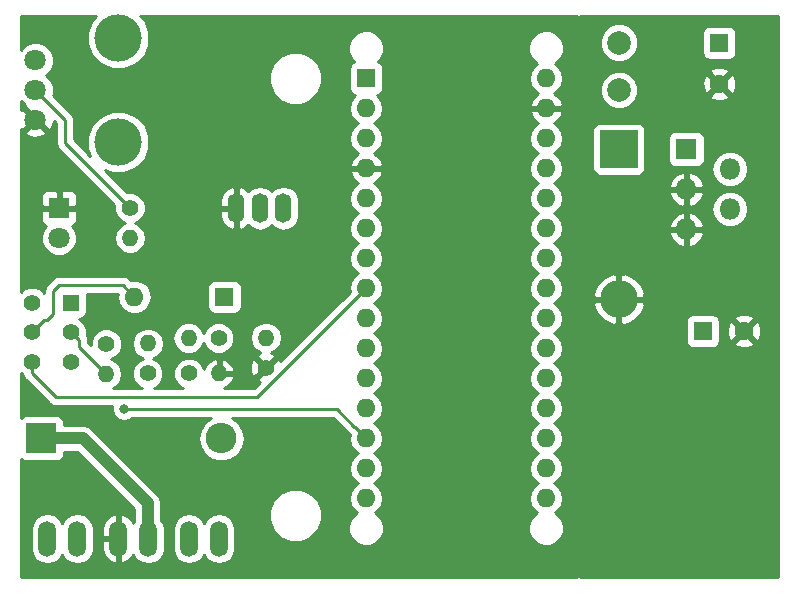
<source format=gbr>
G04 #@! TF.GenerationSoftware,KiCad,Pcbnew,(5.0.0)*
G04 #@! TF.CreationDate,2018-08-07T13:03:25+01:00*
G04 #@! TF.ProjectId,OpenSpritzer,4F70656E53707269747A65722E6B6963,rev?*
G04 #@! TF.SameCoordinates,Original*
G04 #@! TF.FileFunction,Copper,L2,Bot,Signal*
G04 #@! TF.FilePolarity,Positive*
%FSLAX46Y46*%
G04 Gerber Fmt 4.6, Leading zero omitted, Abs format (unit mm)*
G04 Created by KiCad (PCBNEW (5.0.0)) date 08/07/18 13:03:25*
%MOMM*%
%LPD*%
G01*
G04 APERTURE LIST*
G04 #@! TA.AperFunction,ComponentPad*
%ADD10O,1.400000X2.500000*%
G04 #@! TD*
G04 #@! TA.AperFunction,ComponentPad*
%ADD11C,1.800000*%
G04 #@! TD*
G04 #@! TA.AperFunction,WasherPad*
%ADD12C,4.000000*%
G04 #@! TD*
G04 #@! TA.AperFunction,ComponentPad*
%ADD13R,1.400000X1.400000*%
G04 #@! TD*
G04 #@! TA.AperFunction,ComponentPad*
%ADD14C,1.400000*%
G04 #@! TD*
G04 #@! TA.AperFunction,ComponentPad*
%ADD15R,1.600000X1.600000*%
G04 #@! TD*
G04 #@! TA.AperFunction,ComponentPad*
%ADD16O,1.600000X1.600000*%
G04 #@! TD*
G04 #@! TA.AperFunction,ComponentPad*
%ADD17R,1.800000X1.800000*%
G04 #@! TD*
G04 #@! TA.AperFunction,ComponentPad*
%ADD18R,2.600000X2.600000*%
G04 #@! TD*
G04 #@! TA.AperFunction,ComponentPad*
%ADD19O,2.600000X2.600000*%
G04 #@! TD*
G04 #@! TA.AperFunction,ComponentPad*
%ADD20O,1.510000X3.010000*%
G04 #@! TD*
G04 #@! TA.AperFunction,ComponentPad*
%ADD21O,1.400000X1.400000*%
G04 #@! TD*
G04 #@! TA.AperFunction,ComponentPad*
%ADD22C,1.600000*%
G04 #@! TD*
G04 #@! TA.AperFunction,ComponentPad*
%ADD23R,3.200000X3.200000*%
G04 #@! TD*
G04 #@! TA.AperFunction,ComponentPad*
%ADD24O,3.200000X3.200000*%
G04 #@! TD*
G04 #@! TA.AperFunction,ComponentPad*
%ADD25C,2.000000*%
G04 #@! TD*
G04 #@! TA.AperFunction,ComponentPad*
%ADD26O,1.800000X1.800000*%
G04 #@! TD*
G04 #@! TA.AperFunction,ViaPad*
%ADD27C,0.800000*%
G04 #@! TD*
G04 #@! TA.AperFunction,Conductor*
%ADD28C,0.250000*%
G04 #@! TD*
G04 #@! TA.AperFunction,Conductor*
%ADD29C,1.000000*%
G04 #@! TD*
G04 #@! TA.AperFunction,Conductor*
%ADD30C,0.254000*%
G04 #@! TD*
G04 APERTURE END LIST*
D10*
G04 #@! TO.P,Q1,2*
G04 #@! TO.N,Net-(Q1-Pad2)*
X104000000Y-98000000D03*
G04 #@! TO.P,Q1,1*
G04 #@! TO.N,GNDREF*
X102000000Y-98000000D03*
G04 #@! TO.P,Q1,3*
G04 #@! TO.N,Net-(D3-Pad2)*
X106000000Y-98000000D03*
G04 #@! TD*
D11*
G04 #@! TO.P,RV1,3*
G04 #@! TO.N,Net-(A1-Pad27)*
X85000000Y-85500000D03*
G04 #@! TO.P,RV1,2*
G04 #@! TO.N,Net-(R1-Pad1)*
X85000000Y-88000000D03*
G04 #@! TO.P,RV1,1*
G04 #@! TO.N,GNDREF*
X85000000Y-90500000D03*
D12*
G04 #@! TO.P,RV1,0*
G04 #@! TO.N,*
X92000000Y-83600000D03*
X92000000Y-92400000D03*
G04 #@! TD*
D13*
G04 #@! TO.P,SW1,1*
G04 #@! TO.N,Net-(A1-Pad27)*
X88000000Y-106000000D03*
D14*
G04 #@! TO.P,SW1,2*
G04 #@! TO.N,Net-(R2-Pad2)*
X88000000Y-108500000D03*
G04 #@! TO.P,SW1,3*
G04 #@! TO.N,Net-(A1-Pad13)*
X88000000Y-111000000D03*
G04 #@! TO.P,SW1,4*
G04 #@! TO.N,Net-(A1-Pad27)*
X84700000Y-106000000D03*
G04 #@! TO.P,SW1,5*
G04 #@! TO.N,Net-(D2-Pad2)*
X84700000Y-108500000D03*
G04 #@! TO.P,SW1,6*
G04 #@! TO.N,Net-(A1-Pad8)*
X84700000Y-111000000D03*
G04 #@! TD*
D15*
G04 #@! TO.P,A1,1*
G04 #@! TO.N,Net-(A1-Pad1)*
X113000000Y-87000000D03*
D16*
G04 #@! TO.P,A1,17*
G04 #@! TO.N,Net-(A1-Pad17)*
X128240000Y-120020000D03*
G04 #@! TO.P,A1,2*
G04 #@! TO.N,Net-(A1-Pad2)*
X113000000Y-89540000D03*
G04 #@! TO.P,A1,18*
G04 #@! TO.N,Net-(A1-Pad18)*
X128240000Y-117480000D03*
G04 #@! TO.P,A1,3*
G04 #@! TO.N,Net-(A1-Pad3)*
X113000000Y-92080000D03*
G04 #@! TO.P,A1,19*
G04 #@! TO.N,Net-(A1-Pad19)*
X128240000Y-114940000D03*
G04 #@! TO.P,A1,4*
G04 #@! TO.N,GNDREF*
X113000000Y-94620000D03*
G04 #@! TO.P,A1,20*
G04 #@! TO.N,Net-(A1-Pad20)*
X128240000Y-112400000D03*
G04 #@! TO.P,A1,5*
G04 #@! TO.N,Net-(A1-Pad5)*
X113000000Y-97160000D03*
G04 #@! TO.P,A1,21*
G04 #@! TO.N,Net-(A1-Pad21)*
X128240000Y-109860000D03*
G04 #@! TO.P,A1,6*
G04 #@! TO.N,Net-(A1-Pad6)*
X113000000Y-99700000D03*
G04 #@! TO.P,A1,22*
G04 #@! TO.N,Net-(A1-Pad22)*
X128240000Y-107320000D03*
G04 #@! TO.P,A1,7*
G04 #@! TO.N,Net-(A1-Pad7)*
X113000000Y-102240000D03*
G04 #@! TO.P,A1,23*
G04 #@! TO.N,Net-(A1-Pad23)*
X128240000Y-104780000D03*
G04 #@! TO.P,A1,8*
G04 #@! TO.N,Net-(A1-Pad8)*
X113000000Y-104780000D03*
G04 #@! TO.P,A1,24*
G04 #@! TO.N,Net-(A1-Pad24)*
X128240000Y-102240000D03*
G04 #@! TO.P,A1,9*
G04 #@! TO.N,Net-(A1-Pad9)*
X113000000Y-107320000D03*
G04 #@! TO.P,A1,25*
G04 #@! TO.N,Net-(A1-Pad25)*
X128240000Y-99700000D03*
G04 #@! TO.P,A1,10*
G04 #@! TO.N,Net-(A1-Pad10)*
X113000000Y-109860000D03*
G04 #@! TO.P,A1,26*
G04 #@! TO.N,Net-(A1-Pad26)*
X128240000Y-97160000D03*
G04 #@! TO.P,A1,11*
G04 #@! TO.N,Net-(A1-Pad11)*
X113000000Y-112400000D03*
G04 #@! TO.P,A1,27*
G04 #@! TO.N,Net-(A1-Pad27)*
X128240000Y-94620000D03*
G04 #@! TO.P,A1,12*
G04 #@! TO.N,Net-(A1-Pad12)*
X113000000Y-114940000D03*
G04 #@! TO.P,A1,28*
G04 #@! TO.N,Net-(A1-Pad28)*
X128240000Y-92080000D03*
G04 #@! TO.P,A1,13*
G04 #@! TO.N,Net-(A1-Pad13)*
X113000000Y-117480000D03*
G04 #@! TO.P,A1,29*
G04 #@! TO.N,GNDREF*
X128240000Y-89540000D03*
G04 #@! TO.P,A1,14*
G04 #@! TO.N,Net-(A1-Pad14)*
X113000000Y-120020000D03*
G04 #@! TO.P,A1,30*
G04 #@! TO.N,Net-(A1-Pad30)*
X128240000Y-87000000D03*
G04 #@! TO.P,A1,15*
G04 #@! TO.N,Net-(A1-Pad15)*
X113000000Y-122560000D03*
G04 #@! TO.P,A1,16*
G04 #@! TO.N,Net-(A1-Pad16)*
X128240000Y-122560000D03*
G04 #@! TD*
D17*
G04 #@! TO.P,D1,1*
G04 #@! TO.N,GNDREF*
X87000000Y-98000000D03*
D11*
G04 #@! TO.P,D1,2*
G04 #@! TO.N,Net-(D1-Pad2)*
X87000000Y-100540000D03*
G04 #@! TD*
D15*
G04 #@! TO.P,D2,1*
G04 #@! TO.N,Net-(D2-Pad1)*
X101000000Y-105500000D03*
D16*
G04 #@! TO.P,D2,2*
G04 #@! TO.N,Net-(D2-Pad2)*
X93380000Y-105500000D03*
G04 #@! TD*
D18*
G04 #@! TO.P,D3,1*
G04 #@! TO.N,Net-(C1-Pad1)*
X85500000Y-117500000D03*
D19*
G04 #@! TO.P,D3,2*
G04 #@! TO.N,Net-(D3-Pad2)*
X100740000Y-117500000D03*
G04 #@! TD*
D20*
G04 #@! TO.P,J1,1*
G04 #@! TO.N,Net-(J1-Pad1)*
X86000000Y-126000000D03*
G04 #@! TO.P,J1,2*
G04 #@! TO.N,Net-(A1-Pad27)*
X88540000Y-126000000D03*
G04 #@! TD*
G04 #@! TO.P,J2,1*
G04 #@! TO.N,GNDREF*
X92000000Y-126000000D03*
G04 #@! TO.P,J2,2*
G04 #@! TO.N,Net-(C1-Pad1)*
X94540000Y-126000000D03*
G04 #@! TD*
G04 #@! TO.P,J3,1*
G04 #@! TO.N,Net-(C1-Pad1)*
X98000000Y-126000000D03*
G04 #@! TO.P,J3,2*
G04 #@! TO.N,Net-(D3-Pad2)*
X100540000Y-126000000D03*
G04 #@! TD*
D14*
G04 #@! TO.P,R1,1*
G04 #@! TO.N,Net-(R1-Pad1)*
X93000000Y-98000000D03*
D21*
G04 #@! TO.P,R1,2*
G04 #@! TO.N,Net-(A1-Pad19)*
X93000000Y-100540000D03*
G04 #@! TD*
D14*
G04 #@! TO.P,R2,1*
G04 #@! TO.N,Net-(D1-Pad2)*
X91000000Y-109500000D03*
D21*
G04 #@! TO.P,R2,2*
G04 #@! TO.N,Net-(R2-Pad2)*
X91000000Y-112040000D03*
G04 #@! TD*
D14*
G04 #@! TO.P,R3,1*
G04 #@! TO.N,Net-(J1-Pad1)*
X94500000Y-112000000D03*
D21*
G04 #@! TO.P,R3,2*
G04 #@! TO.N,Net-(A1-Pad5)*
X94500000Y-109460000D03*
G04 #@! TD*
D14*
G04 #@! TO.P,R4,1*
G04 #@! TO.N,Net-(Q1-Pad2)*
X100500000Y-109000000D03*
D21*
G04 #@! TO.P,R4,2*
G04 #@! TO.N,Net-(D2-Pad1)*
X97960000Y-109000000D03*
G04 #@! TD*
D14*
G04 #@! TO.P,R5,1*
G04 #@! TO.N,Net-(J1-Pad1)*
X98000000Y-112000000D03*
D21*
G04 #@! TO.P,R5,2*
G04 #@! TO.N,GNDREF*
X100540000Y-112000000D03*
G04 #@! TD*
D14*
G04 #@! TO.P,R6,1*
G04 #@! TO.N,GNDREF*
X104500000Y-111500000D03*
D21*
G04 #@! TO.P,R6,2*
G04 #@! TO.N,Net-(Q1-Pad2)*
X104500000Y-108960000D03*
G04 #@! TD*
D15*
G04 #@! TO.P,C1,1*
G04 #@! TO.N,Net-(C1-Pad1)*
X141500000Y-108410000D03*
D22*
G04 #@! TO.P,C1,2*
G04 #@! TO.N,GNDREF*
X145000000Y-108410000D03*
G04 #@! TD*
D15*
G04 #@! TO.P,C2,1*
G04 #@! TO.N,Net-(A1-Pad30)*
X142900000Y-84000000D03*
D22*
G04 #@! TO.P,C2,2*
G04 #@! TO.N,GNDREF*
X142900000Y-87500000D03*
G04 #@! TD*
D23*
G04 #@! TO.P,D4,1*
G04 #@! TO.N,Net-(D4-Pad1)*
X134400000Y-93000000D03*
D24*
G04 #@! TO.P,D4,2*
G04 #@! TO.N,GNDREF*
X134400000Y-105700000D03*
G04 #@! TD*
D25*
G04 #@! TO.P,L1,1*
G04 #@! TO.N,Net-(A1-Pad30)*
X134400000Y-84000000D03*
G04 #@! TO.P,L1,2*
G04 #@! TO.N,Net-(D4-Pad1)*
X134400000Y-88000000D03*
G04 #@! TD*
D17*
G04 #@! TO.P,U1,1*
G04 #@! TO.N,Net-(C1-Pad1)*
X140100000Y-93000000D03*
D26*
G04 #@! TO.P,U1,2*
G04 #@! TO.N,Net-(D4-Pad1)*
X143800000Y-94700000D03*
G04 #@! TO.P,U1,3*
G04 #@! TO.N,GNDREF*
X140100000Y-96400000D03*
G04 #@! TO.P,U1,4*
G04 #@! TO.N,Net-(A1-Pad30)*
X143800000Y-98100000D03*
G04 #@! TO.P,U1,5*
G04 #@! TO.N,GNDREF*
X140100000Y-99800000D03*
G04 #@! TD*
D27*
G04 #@! TO.N,Net-(A1-Pad13)*
X92500000Y-115000000D03*
G04 #@! TD*
D28*
G04 #@! TO.N,Net-(A1-Pad13)*
X112020000Y-116500000D02*
X113000000Y-117480000D01*
X112000000Y-116500000D02*
X112020000Y-116500000D01*
X92500000Y-115000000D02*
X110500000Y-115000000D01*
X110500000Y-115000000D02*
X112000000Y-116500000D01*
G04 #@! TO.N,Net-(A1-Pad8)*
X103780000Y-114000000D02*
X113000000Y-104780000D01*
X86710051Y-114000000D02*
X103780000Y-114000000D01*
X84700000Y-111000000D02*
X84700000Y-111989949D01*
X84700000Y-111989949D02*
X86710051Y-114000000D01*
G04 #@! TO.N,Net-(D2-Pad2)*
X84700000Y-108500000D02*
X85700000Y-107500000D01*
X85700000Y-107500000D02*
X86000000Y-107500000D01*
X86000000Y-107500000D02*
X86500000Y-107000000D01*
X86500000Y-107000000D02*
X86500000Y-105000000D01*
X86500000Y-105000000D02*
X87000000Y-104500000D01*
X92380000Y-104500000D02*
X93380000Y-105500000D01*
X87000000Y-104500000D02*
X92380000Y-104500000D01*
G04 #@! TO.N,Net-(D3-Pad2)*
X106000000Y-98000000D02*
X106000000Y-98550000D01*
G04 #@! TO.N,Net-(Q1-Pad2)*
X104500000Y-98500000D02*
X104000000Y-98000000D01*
G04 #@! TO.N,Net-(R1-Pad1)*
X87500000Y-92500000D02*
X93000000Y-98000000D01*
X85000000Y-88000000D02*
X87500000Y-90500000D01*
X87500000Y-90500000D02*
X87500000Y-92500000D01*
G04 #@! TO.N,Net-(R2-Pad2)*
X88000000Y-108500000D02*
X88699999Y-109199999D01*
X88699999Y-109739999D02*
X91000000Y-112040000D01*
X88699999Y-109199999D02*
X88699999Y-109739999D01*
D29*
G04 #@! TO.N,Net-(C1-Pad1)*
X89000000Y-117500000D02*
X85500000Y-117500000D01*
X94500000Y-123000000D02*
X89000000Y-117500000D01*
X94500000Y-125409463D02*
X94500000Y-123000000D01*
X94540000Y-126000000D02*
X94540000Y-125449463D01*
X94540000Y-125449463D02*
X94500000Y-125409463D01*
G04 #@! TD*
D30*
G04 #@! TO.N,GNDREF*
G36*
X89766155Y-82107392D02*
X89365000Y-83075866D01*
X89365000Y-84124134D01*
X89766155Y-85092608D01*
X90507392Y-85833845D01*
X91475866Y-86235000D01*
X92524134Y-86235000D01*
X93492608Y-85833845D01*
X94233845Y-85092608D01*
X94621527Y-84156659D01*
X111475000Y-84156659D01*
X111475000Y-84763341D01*
X111707167Y-85323843D01*
X111979703Y-85596379D01*
X111952235Y-85601843D01*
X111742191Y-85742191D01*
X111601843Y-85952235D01*
X111552560Y-86200000D01*
X111552560Y-87800000D01*
X111601843Y-88047765D01*
X111742191Y-88257809D01*
X111952235Y-88398157D01*
X112086106Y-88424785D01*
X111965423Y-88505423D01*
X111648260Y-88980091D01*
X111536887Y-89540000D01*
X111648260Y-90099909D01*
X111965423Y-90574577D01*
X112317758Y-90810000D01*
X111965423Y-91045423D01*
X111648260Y-91520091D01*
X111536887Y-92080000D01*
X111648260Y-92639909D01*
X111965423Y-93114577D01*
X112349108Y-93370947D01*
X112144866Y-93467611D01*
X111768959Y-93882577D01*
X111608096Y-94270961D01*
X111730085Y-94493000D01*
X112873000Y-94493000D01*
X112873000Y-94473000D01*
X113127000Y-94473000D01*
X113127000Y-94493000D01*
X114269915Y-94493000D01*
X114391904Y-94270961D01*
X114231041Y-93882577D01*
X113855134Y-93467611D01*
X113650892Y-93370947D01*
X114034577Y-93114577D01*
X114351740Y-92639909D01*
X114463113Y-92080000D01*
X114351740Y-91520091D01*
X114034577Y-91045423D01*
X113682242Y-90810000D01*
X114034577Y-90574577D01*
X114351740Y-90099909D01*
X114463113Y-89540000D01*
X114351740Y-88980091D01*
X114034577Y-88505423D01*
X113913894Y-88424785D01*
X114047765Y-88398157D01*
X114257809Y-88257809D01*
X114398157Y-88047765D01*
X114447440Y-87800000D01*
X114447440Y-86200000D01*
X114398157Y-85952235D01*
X114257809Y-85742191D01*
X114047765Y-85601843D01*
X114020297Y-85596379D01*
X114292833Y-85323843D01*
X114525000Y-84763341D01*
X114525000Y-84156659D01*
X126715000Y-84156659D01*
X126715000Y-84763341D01*
X126947167Y-85323843D01*
X127376157Y-85752833D01*
X127467168Y-85790531D01*
X127205423Y-85965423D01*
X126888260Y-86440091D01*
X126776887Y-87000000D01*
X126888260Y-87559909D01*
X127205423Y-88034577D01*
X127589108Y-88290947D01*
X127384866Y-88387611D01*
X127008959Y-88802577D01*
X126848096Y-89190961D01*
X126970085Y-89413000D01*
X128113000Y-89413000D01*
X128113000Y-89393000D01*
X128367000Y-89393000D01*
X128367000Y-89413000D01*
X129509915Y-89413000D01*
X129631904Y-89190961D01*
X129471041Y-88802577D01*
X129095134Y-88387611D01*
X128890892Y-88290947D01*
X129274577Y-88034577D01*
X129591740Y-87559909D01*
X129703113Y-87000000D01*
X129591740Y-86440091D01*
X129274577Y-85965423D01*
X129012832Y-85790531D01*
X129103843Y-85752833D01*
X129532833Y-85323843D01*
X129765000Y-84763341D01*
X129765000Y-84156659D01*
X129532833Y-83596157D01*
X129103843Y-83167167D01*
X128543341Y-82935000D01*
X127936659Y-82935000D01*
X127376157Y-83167167D01*
X126947167Y-83596157D01*
X126715000Y-84156659D01*
X114525000Y-84156659D01*
X114292833Y-83596157D01*
X113863843Y-83167167D01*
X113303341Y-82935000D01*
X112696659Y-82935000D01*
X112136157Y-83167167D01*
X111707167Y-83596157D01*
X111475000Y-84156659D01*
X94621527Y-84156659D01*
X94635000Y-84124134D01*
X94635000Y-83075866D01*
X94233845Y-82107392D01*
X93861453Y-81735000D01*
X130873000Y-81735000D01*
X130873000Y-129265000D01*
X83735000Y-129265000D01*
X83735000Y-125113101D01*
X84610000Y-125113101D01*
X84610000Y-126886900D01*
X84690650Y-127292351D01*
X84997867Y-127752134D01*
X85457650Y-128059351D01*
X86000000Y-128167231D01*
X86542351Y-128059351D01*
X87002134Y-127752134D01*
X87270000Y-127351243D01*
X87537867Y-127752134D01*
X87997650Y-128059351D01*
X88540000Y-128167231D01*
X89082351Y-128059351D01*
X89542134Y-127752134D01*
X89849351Y-127292351D01*
X89930000Y-126886900D01*
X89930000Y-126127000D01*
X90610000Y-126127000D01*
X90610000Y-126877000D01*
X90764408Y-127399263D01*
X91106924Y-127822681D01*
X91585403Y-128082793D01*
X91658029Y-128097277D01*
X91873000Y-127974683D01*
X91873000Y-126127000D01*
X90610000Y-126127000D01*
X89930000Y-126127000D01*
X89930000Y-125123000D01*
X90610000Y-125123000D01*
X90610000Y-125873000D01*
X91873000Y-125873000D01*
X91873000Y-124025317D01*
X91658029Y-123902723D01*
X91585403Y-123917207D01*
X91106924Y-124177319D01*
X90764408Y-124600737D01*
X90610000Y-125123000D01*
X89930000Y-125123000D01*
X89930000Y-125113100D01*
X89849351Y-124707649D01*
X89542133Y-124247866D01*
X89082350Y-123940649D01*
X88540000Y-123832769D01*
X87997649Y-123940649D01*
X87537866Y-124247867D01*
X87270000Y-124648757D01*
X87002133Y-124247866D01*
X86542350Y-123940649D01*
X86000000Y-123832769D01*
X85457649Y-123940649D01*
X84997866Y-124247867D01*
X84690649Y-124707650D01*
X84610000Y-125113101D01*
X83735000Y-125113101D01*
X83735000Y-119247047D01*
X83742191Y-119257809D01*
X83952235Y-119398157D01*
X84200000Y-119447440D01*
X86800000Y-119447440D01*
X87047765Y-119398157D01*
X87257809Y-119257809D01*
X87398157Y-119047765D01*
X87447440Y-118800000D01*
X87447440Y-118635000D01*
X88529869Y-118635000D01*
X93365001Y-123470134D01*
X93365000Y-124506579D01*
X93255989Y-124669726D01*
X93235592Y-124600737D01*
X92893076Y-124177319D01*
X92414597Y-123917207D01*
X92341971Y-123902723D01*
X92127000Y-124025317D01*
X92127000Y-125873000D01*
X92147000Y-125873000D01*
X92147000Y-126127000D01*
X92127000Y-126127000D01*
X92127000Y-127974683D01*
X92341971Y-128097277D01*
X92414597Y-128082793D01*
X92893076Y-127822681D01*
X93235592Y-127399263D01*
X93255989Y-127330273D01*
X93537867Y-127752134D01*
X93997650Y-128059351D01*
X94540000Y-128167231D01*
X95082351Y-128059351D01*
X95542134Y-127752134D01*
X95849351Y-127292351D01*
X95930000Y-126886900D01*
X95930000Y-125113101D01*
X96610000Y-125113101D01*
X96610000Y-126886900D01*
X96690650Y-127292351D01*
X96997867Y-127752134D01*
X97457650Y-128059351D01*
X98000000Y-128167231D01*
X98542351Y-128059351D01*
X99002134Y-127752134D01*
X99270000Y-127351243D01*
X99537867Y-127752134D01*
X99997650Y-128059351D01*
X100540000Y-128167231D01*
X101082351Y-128059351D01*
X101542134Y-127752134D01*
X101849351Y-127292351D01*
X101930000Y-126886900D01*
X101930000Y-125113100D01*
X101849351Y-124707649D01*
X101542133Y-124247866D01*
X101082350Y-123940649D01*
X100540000Y-123832769D01*
X99997649Y-123940649D01*
X99537866Y-124247867D01*
X99270000Y-124648757D01*
X99002133Y-124247866D01*
X98542350Y-123940649D01*
X98000000Y-123832769D01*
X97457649Y-123940649D01*
X96997866Y-124247867D01*
X96690649Y-124707650D01*
X96610000Y-125113101D01*
X95930000Y-125113101D01*
X95930000Y-125113100D01*
X95849351Y-124707649D01*
X95635000Y-124386851D01*
X95635000Y-123555431D01*
X104765000Y-123555431D01*
X104765000Y-124444569D01*
X105105259Y-125266026D01*
X105733974Y-125894741D01*
X106555431Y-126235000D01*
X107444569Y-126235000D01*
X108266026Y-125894741D01*
X108894741Y-125266026D01*
X109235000Y-124444569D01*
X109235000Y-123555431D01*
X108894741Y-122733974D01*
X108266026Y-122105259D01*
X107444569Y-121765000D01*
X106555431Y-121765000D01*
X105733974Y-122105259D01*
X105105259Y-122733974D01*
X104765000Y-123555431D01*
X95635000Y-123555431D01*
X95635000Y-123111783D01*
X95657235Y-123000000D01*
X95569146Y-122557145D01*
X95381609Y-122276476D01*
X95318289Y-122181711D01*
X95223524Y-122118391D01*
X89881613Y-116776482D01*
X89818289Y-116681711D01*
X89442855Y-116430854D01*
X89111783Y-116365000D01*
X89000000Y-116342765D01*
X88888217Y-116365000D01*
X87447440Y-116365000D01*
X87447440Y-116200000D01*
X87398157Y-115952235D01*
X87257809Y-115742191D01*
X87047765Y-115601843D01*
X86800000Y-115552560D01*
X84200000Y-115552560D01*
X83952235Y-115601843D01*
X83742191Y-115742191D01*
X83735000Y-115752953D01*
X83735000Y-111922975D01*
X83943783Y-112131758D01*
X83954176Y-112136063D01*
X83984097Y-112286486D01*
X84015397Y-112333329D01*
X84152072Y-112537878D01*
X84215528Y-112580278D01*
X86119724Y-114484476D01*
X86162122Y-114547929D01*
X86225575Y-114590327D01*
X86225577Y-114590329D01*
X86350953Y-114674102D01*
X86413514Y-114715904D01*
X86635199Y-114760000D01*
X86635203Y-114760000D01*
X86710050Y-114774888D01*
X86784897Y-114760000D01*
X91479135Y-114760000D01*
X91465000Y-114794126D01*
X91465000Y-115205874D01*
X91622569Y-115586280D01*
X91913720Y-115877431D01*
X92294126Y-116035000D01*
X92705874Y-116035000D01*
X93086280Y-115877431D01*
X93203711Y-115760000D01*
X99861188Y-115760000D01*
X99344943Y-116104943D01*
X98917271Y-116745001D01*
X98767092Y-117500000D01*
X98917271Y-118254999D01*
X99344943Y-118895057D01*
X99985001Y-119322729D01*
X100549424Y-119435000D01*
X100930576Y-119435000D01*
X101494999Y-119322729D01*
X102135057Y-118895057D01*
X102562729Y-118254999D01*
X102712908Y-117500000D01*
X102562729Y-116745001D01*
X102135057Y-116104943D01*
X101618812Y-115760000D01*
X110185199Y-115760000D01*
X111409673Y-116984476D01*
X111452071Y-117047929D01*
X111515524Y-117090327D01*
X111515526Y-117090329D01*
X111575804Y-117130605D01*
X111601312Y-117156113D01*
X111536887Y-117480000D01*
X111648260Y-118039909D01*
X111965423Y-118514577D01*
X112317758Y-118750000D01*
X111965423Y-118985423D01*
X111648260Y-119460091D01*
X111536887Y-120020000D01*
X111648260Y-120579909D01*
X111965423Y-121054577D01*
X112317758Y-121290000D01*
X111965423Y-121525423D01*
X111648260Y-122000091D01*
X111536887Y-122560000D01*
X111648260Y-123119909D01*
X111965423Y-123594577D01*
X112227168Y-123769469D01*
X112136157Y-123807167D01*
X111707167Y-124236157D01*
X111475000Y-124796659D01*
X111475000Y-125403341D01*
X111707167Y-125963843D01*
X112136157Y-126392833D01*
X112696659Y-126625000D01*
X113303341Y-126625000D01*
X113863843Y-126392833D01*
X114292833Y-125963843D01*
X114525000Y-125403341D01*
X114525000Y-124796659D01*
X126715000Y-124796659D01*
X126715000Y-125403341D01*
X126947167Y-125963843D01*
X127376157Y-126392833D01*
X127936659Y-126625000D01*
X128543341Y-126625000D01*
X129103843Y-126392833D01*
X129532833Y-125963843D01*
X129765000Y-125403341D01*
X129765000Y-124796659D01*
X129532833Y-124236157D01*
X129103843Y-123807167D01*
X129012832Y-123769469D01*
X129274577Y-123594577D01*
X129591740Y-123119909D01*
X129703113Y-122560000D01*
X129591740Y-122000091D01*
X129274577Y-121525423D01*
X128922242Y-121290000D01*
X129274577Y-121054577D01*
X129591740Y-120579909D01*
X129703113Y-120020000D01*
X129591740Y-119460091D01*
X129274577Y-118985423D01*
X128922242Y-118750000D01*
X129274577Y-118514577D01*
X129591740Y-118039909D01*
X129703113Y-117480000D01*
X129591740Y-116920091D01*
X129274577Y-116445423D01*
X128922242Y-116210000D01*
X129274577Y-115974577D01*
X129591740Y-115499909D01*
X129703113Y-114940000D01*
X129591740Y-114380091D01*
X129274577Y-113905423D01*
X128922242Y-113670000D01*
X129274577Y-113434577D01*
X129591740Y-112959909D01*
X129703113Y-112400000D01*
X129591740Y-111840091D01*
X129274577Y-111365423D01*
X128922242Y-111130000D01*
X129274577Y-110894577D01*
X129591740Y-110419909D01*
X129703113Y-109860000D01*
X129591740Y-109300091D01*
X129274577Y-108825423D01*
X128922242Y-108590000D01*
X129274577Y-108354577D01*
X129591740Y-107879909D01*
X129703113Y-107320000D01*
X129591740Y-106760091D01*
X129274577Y-106285423D01*
X128922242Y-106050000D01*
X129274577Y-105814577D01*
X129591740Y-105339909D01*
X129703113Y-104780000D01*
X129591740Y-104220091D01*
X129274577Y-103745423D01*
X128922242Y-103510000D01*
X129274577Y-103274577D01*
X129591740Y-102799909D01*
X129703113Y-102240000D01*
X129591740Y-101680091D01*
X129274577Y-101205423D01*
X128922242Y-100970000D01*
X129274577Y-100734577D01*
X129591740Y-100259909D01*
X129703113Y-99700000D01*
X129591740Y-99140091D01*
X129274577Y-98665423D01*
X128922242Y-98430000D01*
X129274577Y-98194577D01*
X129591740Y-97719909D01*
X129703113Y-97160000D01*
X129591740Y-96600091D01*
X129274577Y-96125423D01*
X128922242Y-95890000D01*
X129274577Y-95654577D01*
X129591740Y-95179909D01*
X129703113Y-94620000D01*
X129591740Y-94060091D01*
X129274577Y-93585423D01*
X128922242Y-93350000D01*
X129274577Y-93114577D01*
X129591740Y-92639909D01*
X129703113Y-92080000D01*
X129591740Y-91520091D01*
X129274577Y-91045423D01*
X128890892Y-90789053D01*
X129095134Y-90692389D01*
X129471041Y-90277423D01*
X129631904Y-89889039D01*
X129509915Y-89667000D01*
X128367000Y-89667000D01*
X128367000Y-89687000D01*
X128113000Y-89687000D01*
X128113000Y-89667000D01*
X126970085Y-89667000D01*
X126848096Y-89889039D01*
X127008959Y-90277423D01*
X127384866Y-90692389D01*
X127589108Y-90789053D01*
X127205423Y-91045423D01*
X126888260Y-91520091D01*
X126776887Y-92080000D01*
X126888260Y-92639909D01*
X127205423Y-93114577D01*
X127557758Y-93350000D01*
X127205423Y-93585423D01*
X126888260Y-94060091D01*
X126776887Y-94620000D01*
X126888260Y-95179909D01*
X127205423Y-95654577D01*
X127557758Y-95890000D01*
X127205423Y-96125423D01*
X126888260Y-96600091D01*
X126776887Y-97160000D01*
X126888260Y-97719909D01*
X127205423Y-98194577D01*
X127557758Y-98430000D01*
X127205423Y-98665423D01*
X126888260Y-99140091D01*
X126776887Y-99700000D01*
X126888260Y-100259909D01*
X127205423Y-100734577D01*
X127557758Y-100970000D01*
X127205423Y-101205423D01*
X126888260Y-101680091D01*
X126776887Y-102240000D01*
X126888260Y-102799909D01*
X127205423Y-103274577D01*
X127557758Y-103510000D01*
X127205423Y-103745423D01*
X126888260Y-104220091D01*
X126776887Y-104780000D01*
X126888260Y-105339909D01*
X127205423Y-105814577D01*
X127557758Y-106050000D01*
X127205423Y-106285423D01*
X126888260Y-106760091D01*
X126776887Y-107320000D01*
X126888260Y-107879909D01*
X127205423Y-108354577D01*
X127557758Y-108590000D01*
X127205423Y-108825423D01*
X126888260Y-109300091D01*
X126776887Y-109860000D01*
X126888260Y-110419909D01*
X127205423Y-110894577D01*
X127557758Y-111130000D01*
X127205423Y-111365423D01*
X126888260Y-111840091D01*
X126776887Y-112400000D01*
X126888260Y-112959909D01*
X127205423Y-113434577D01*
X127557758Y-113670000D01*
X127205423Y-113905423D01*
X126888260Y-114380091D01*
X126776887Y-114940000D01*
X126888260Y-115499909D01*
X127205423Y-115974577D01*
X127557758Y-116210000D01*
X127205423Y-116445423D01*
X126888260Y-116920091D01*
X126776887Y-117480000D01*
X126888260Y-118039909D01*
X127205423Y-118514577D01*
X127557758Y-118750000D01*
X127205423Y-118985423D01*
X126888260Y-119460091D01*
X126776887Y-120020000D01*
X126888260Y-120579909D01*
X127205423Y-121054577D01*
X127557758Y-121290000D01*
X127205423Y-121525423D01*
X126888260Y-122000091D01*
X126776887Y-122560000D01*
X126888260Y-123119909D01*
X127205423Y-123594577D01*
X127467168Y-123769469D01*
X127376157Y-123807167D01*
X126947167Y-124236157D01*
X126715000Y-124796659D01*
X114525000Y-124796659D01*
X114292833Y-124236157D01*
X113863843Y-123807167D01*
X113772832Y-123769469D01*
X114034577Y-123594577D01*
X114351740Y-123119909D01*
X114463113Y-122560000D01*
X114351740Y-122000091D01*
X114034577Y-121525423D01*
X113682242Y-121290000D01*
X114034577Y-121054577D01*
X114351740Y-120579909D01*
X114463113Y-120020000D01*
X114351740Y-119460091D01*
X114034577Y-118985423D01*
X113682242Y-118750000D01*
X114034577Y-118514577D01*
X114351740Y-118039909D01*
X114463113Y-117480000D01*
X114351740Y-116920091D01*
X114034577Y-116445423D01*
X113682242Y-116210000D01*
X114034577Y-115974577D01*
X114351740Y-115499909D01*
X114463113Y-114940000D01*
X114351740Y-114380091D01*
X114034577Y-113905423D01*
X113682242Y-113670000D01*
X114034577Y-113434577D01*
X114351740Y-112959909D01*
X114463113Y-112400000D01*
X114351740Y-111840091D01*
X114034577Y-111365423D01*
X113682242Y-111130000D01*
X114034577Y-110894577D01*
X114351740Y-110419909D01*
X114463113Y-109860000D01*
X114351740Y-109300091D01*
X114034577Y-108825423D01*
X113682242Y-108590000D01*
X114034577Y-108354577D01*
X114351740Y-107879909D01*
X114463113Y-107320000D01*
X114351740Y-106760091D01*
X114034577Y-106285423D01*
X113682242Y-106050000D01*
X114034577Y-105814577D01*
X114351740Y-105339909D01*
X114463113Y-104780000D01*
X114351740Y-104220091D01*
X114034577Y-103745423D01*
X113682242Y-103510000D01*
X114034577Y-103274577D01*
X114351740Y-102799909D01*
X114463113Y-102240000D01*
X114351740Y-101680091D01*
X114034577Y-101205423D01*
X113682242Y-100970000D01*
X114034577Y-100734577D01*
X114351740Y-100259909D01*
X114463113Y-99700000D01*
X114351740Y-99140091D01*
X114034577Y-98665423D01*
X113682242Y-98430000D01*
X114034577Y-98194577D01*
X114351740Y-97719909D01*
X114463113Y-97160000D01*
X114351740Y-96600091D01*
X114034577Y-96125423D01*
X113650892Y-95869053D01*
X113855134Y-95772389D01*
X114231041Y-95357423D01*
X114391904Y-94969039D01*
X114269915Y-94747000D01*
X113127000Y-94747000D01*
X113127000Y-94767000D01*
X112873000Y-94767000D01*
X112873000Y-94747000D01*
X111730085Y-94747000D01*
X111608096Y-94969039D01*
X111768959Y-95357423D01*
X112144866Y-95772389D01*
X112349108Y-95869053D01*
X111965423Y-96125423D01*
X111648260Y-96600091D01*
X111536887Y-97160000D01*
X111648260Y-97719909D01*
X111965423Y-98194577D01*
X112317758Y-98430000D01*
X111965423Y-98665423D01*
X111648260Y-99140091D01*
X111536887Y-99700000D01*
X111648260Y-100259909D01*
X111965423Y-100734577D01*
X112317758Y-100970000D01*
X111965423Y-101205423D01*
X111648260Y-101680091D01*
X111536887Y-102240000D01*
X111648260Y-102799909D01*
X111965423Y-103274577D01*
X112317758Y-103510000D01*
X111965423Y-103745423D01*
X111648260Y-104220091D01*
X111536887Y-104780000D01*
X111601312Y-105103886D01*
X105737818Y-110967381D01*
X105671042Y-110806169D01*
X105435275Y-110744331D01*
X104679605Y-111500000D01*
X104693748Y-111514143D01*
X104514143Y-111693748D01*
X104500000Y-111679605D01*
X103744331Y-112435275D01*
X103806169Y-112671042D01*
X103974789Y-112730410D01*
X103465199Y-113240000D01*
X100982847Y-113240000D01*
X101342663Y-113066764D01*
X101689797Y-112678396D01*
X101832716Y-112333329D01*
X101709374Y-112127000D01*
X100667000Y-112127000D01*
X100667000Y-112147000D01*
X100413000Y-112147000D01*
X100413000Y-112127000D01*
X100393000Y-112127000D01*
X100393000Y-111873000D01*
X100413000Y-111873000D01*
X100413000Y-110829794D01*
X100667000Y-110829794D01*
X100667000Y-111873000D01*
X101709374Y-111873000D01*
X101832716Y-111666671D01*
X101689797Y-111321604D01*
X101676853Y-111307122D01*
X103152581Y-111307122D01*
X103181336Y-111837440D01*
X103328958Y-112193831D01*
X103564725Y-112255669D01*
X104320395Y-111500000D01*
X103564725Y-110744331D01*
X103328958Y-110806169D01*
X103152581Y-111307122D01*
X101676853Y-111307122D01*
X101342663Y-110933236D01*
X100873331Y-110707273D01*
X100667000Y-110829794D01*
X100413000Y-110829794D01*
X100206669Y-110707273D01*
X99737337Y-110933236D01*
X99390203Y-111321604D01*
X99277103Y-111594676D01*
X99131758Y-111243783D01*
X98756217Y-110868242D01*
X98265548Y-110665000D01*
X97734452Y-110665000D01*
X97243783Y-110868242D01*
X96868242Y-111243783D01*
X96665000Y-111734452D01*
X96665000Y-112265548D01*
X96868242Y-112756217D01*
X97243783Y-113131758D01*
X97505102Y-113240000D01*
X94994898Y-113240000D01*
X95256217Y-113131758D01*
X95631758Y-112756217D01*
X95835000Y-112265548D01*
X95835000Y-111734452D01*
X95631758Y-111243783D01*
X95256217Y-110868242D01*
X94934082Y-110734809D01*
X95020891Y-110717542D01*
X95462481Y-110422481D01*
X95757542Y-109980891D01*
X95861154Y-109460000D01*
X95769655Y-109000000D01*
X96598846Y-109000000D01*
X96702458Y-109520891D01*
X96997519Y-109962481D01*
X97439109Y-110257542D01*
X97828515Y-110335000D01*
X98091485Y-110335000D01*
X98480891Y-110257542D01*
X98922481Y-109962481D01*
X99217542Y-109520891D01*
X99234809Y-109434082D01*
X99368242Y-109756217D01*
X99743783Y-110131758D01*
X100234452Y-110335000D01*
X100765548Y-110335000D01*
X101256217Y-110131758D01*
X101631758Y-109756217D01*
X101835000Y-109265548D01*
X101835000Y-108960000D01*
X103138846Y-108960000D01*
X103242458Y-109480891D01*
X103537519Y-109922481D01*
X103979109Y-110217542D01*
X104043993Y-110230448D01*
X103806169Y-110328958D01*
X103744331Y-110564725D01*
X104500000Y-111320395D01*
X105255669Y-110564725D01*
X105193831Y-110328958D01*
X104929190Y-110235782D01*
X105020891Y-110217542D01*
X105462481Y-109922481D01*
X105757542Y-109480891D01*
X105861154Y-108960000D01*
X105757542Y-108439109D01*
X105462481Y-107997519D01*
X105020891Y-107702458D01*
X104631485Y-107625000D01*
X104368515Y-107625000D01*
X103979109Y-107702458D01*
X103537519Y-107997519D01*
X103242458Y-108439109D01*
X103138846Y-108960000D01*
X101835000Y-108960000D01*
X101835000Y-108734452D01*
X101631758Y-108243783D01*
X101256217Y-107868242D01*
X100765548Y-107665000D01*
X100234452Y-107665000D01*
X99743783Y-107868242D01*
X99368242Y-108243783D01*
X99234809Y-108565918D01*
X99217542Y-108479109D01*
X98922481Y-108037519D01*
X98480891Y-107742458D01*
X98091485Y-107665000D01*
X97828515Y-107665000D01*
X97439109Y-107742458D01*
X96997519Y-108037519D01*
X96702458Y-108479109D01*
X96598846Y-109000000D01*
X95769655Y-109000000D01*
X95757542Y-108939109D01*
X95462481Y-108497519D01*
X95020891Y-108202458D01*
X94631485Y-108125000D01*
X94368515Y-108125000D01*
X93979109Y-108202458D01*
X93537519Y-108497519D01*
X93242458Y-108939109D01*
X93138846Y-109460000D01*
X93242458Y-109980891D01*
X93537519Y-110422481D01*
X93979109Y-110717542D01*
X94065918Y-110734809D01*
X93743783Y-110868242D01*
X93368242Y-111243783D01*
X93165000Y-111734452D01*
X93165000Y-112265548D01*
X93368242Y-112756217D01*
X93743783Y-113131758D01*
X94005102Y-113240000D01*
X91607009Y-113240000D01*
X91962481Y-113002481D01*
X92257542Y-112560891D01*
X92361154Y-112040000D01*
X92257542Y-111519109D01*
X91962481Y-111077519D01*
X91520891Y-110782458D01*
X91434082Y-110765191D01*
X91756217Y-110631758D01*
X92131758Y-110256217D01*
X92335000Y-109765548D01*
X92335000Y-109234452D01*
X92131758Y-108743783D01*
X91756217Y-108368242D01*
X91265548Y-108165000D01*
X90734452Y-108165000D01*
X90243783Y-108368242D01*
X89868242Y-108743783D01*
X89665000Y-109234452D01*
X89665000Y-109630199D01*
X89459999Y-109425198D01*
X89459999Y-109274845D01*
X89474887Y-109199998D01*
X89459999Y-109125151D01*
X89459999Y-109125147D01*
X89415903Y-108903462D01*
X89330695Y-108775940D01*
X89335000Y-108765548D01*
X89335000Y-108234452D01*
X89131758Y-107743783D01*
X88756217Y-107368242D01*
X88704051Y-107346634D01*
X88947765Y-107298157D01*
X89157809Y-107157809D01*
X89298157Y-106947765D01*
X89347440Y-106700000D01*
X89347440Y-105300000D01*
X89339484Y-105260000D01*
X91964626Y-105260000D01*
X91916887Y-105500000D01*
X92028260Y-106059909D01*
X92345423Y-106534577D01*
X92820091Y-106851740D01*
X93238667Y-106935000D01*
X93521333Y-106935000D01*
X93939909Y-106851740D01*
X94414577Y-106534577D01*
X94731740Y-106059909D01*
X94843113Y-105500000D01*
X94731740Y-104940091D01*
X94571317Y-104700000D01*
X99552560Y-104700000D01*
X99552560Y-106300000D01*
X99601843Y-106547765D01*
X99742191Y-106757809D01*
X99952235Y-106898157D01*
X100200000Y-106947440D01*
X101800000Y-106947440D01*
X102047765Y-106898157D01*
X102257809Y-106757809D01*
X102398157Y-106547765D01*
X102447440Y-106300000D01*
X102447440Y-104700000D01*
X102398157Y-104452235D01*
X102257809Y-104242191D01*
X102047765Y-104101843D01*
X101800000Y-104052560D01*
X100200000Y-104052560D01*
X99952235Y-104101843D01*
X99742191Y-104242191D01*
X99601843Y-104452235D01*
X99552560Y-104700000D01*
X94571317Y-104700000D01*
X94414577Y-104465423D01*
X93939909Y-104148260D01*
X93521333Y-104065000D01*
X93238667Y-104065000D01*
X93056113Y-104101312D01*
X92970331Y-104015530D01*
X92927929Y-103952071D01*
X92676537Y-103784096D01*
X92454852Y-103740000D01*
X92454847Y-103740000D01*
X92380000Y-103725112D01*
X92305153Y-103740000D01*
X87074848Y-103740000D01*
X87000000Y-103725112D01*
X86925152Y-103740000D01*
X86925148Y-103740000D01*
X86751605Y-103774520D01*
X86703462Y-103784096D01*
X86516418Y-103909076D01*
X86452071Y-103952071D01*
X86409671Y-104015528D01*
X86015527Y-104409671D01*
X85952072Y-104452071D01*
X85909672Y-104515527D01*
X85909671Y-104515528D01*
X85784097Y-104703463D01*
X85725112Y-105000000D01*
X85740001Y-105074852D01*
X85740001Y-105152026D01*
X85456217Y-104868242D01*
X84965548Y-104665000D01*
X84434452Y-104665000D01*
X83943783Y-104868242D01*
X83735000Y-105077025D01*
X83735000Y-98285750D01*
X85465000Y-98285750D01*
X85465000Y-99026309D01*
X85561673Y-99259698D01*
X85740301Y-99438327D01*
X85875044Y-99494139D01*
X85698690Y-99670493D01*
X85465000Y-100234670D01*
X85465000Y-100845330D01*
X85698690Y-101409507D01*
X86130493Y-101841310D01*
X86694670Y-102075000D01*
X87305330Y-102075000D01*
X87869507Y-101841310D01*
X88301310Y-101409507D01*
X88535000Y-100845330D01*
X88535000Y-100234670D01*
X88301310Y-99670493D01*
X88124956Y-99494139D01*
X88259699Y-99438327D01*
X88438327Y-99259698D01*
X88535000Y-99026309D01*
X88535000Y-98285750D01*
X88376250Y-98127000D01*
X87127000Y-98127000D01*
X87127000Y-98147000D01*
X86873000Y-98147000D01*
X86873000Y-98127000D01*
X85623750Y-98127000D01*
X85465000Y-98285750D01*
X83735000Y-98285750D01*
X83735000Y-96973691D01*
X85465000Y-96973691D01*
X85465000Y-97714250D01*
X85623750Y-97873000D01*
X86873000Y-97873000D01*
X86873000Y-96623750D01*
X87127000Y-96623750D01*
X87127000Y-97873000D01*
X88376250Y-97873000D01*
X88535000Y-97714250D01*
X88535000Y-96973691D01*
X88438327Y-96740302D01*
X88259699Y-96561673D01*
X88026310Y-96465000D01*
X87285750Y-96465000D01*
X87127000Y-96623750D01*
X86873000Y-96623750D01*
X86714250Y-96465000D01*
X85973690Y-96465000D01*
X85740301Y-96561673D01*
X85561673Y-96740302D01*
X85465000Y-96973691D01*
X83735000Y-96973691D01*
X83735000Y-91580159D01*
X84099446Y-91580159D01*
X84185852Y-91836643D01*
X84759336Y-92046458D01*
X85369460Y-92020839D01*
X85814148Y-91836643D01*
X85900554Y-91580159D01*
X85000000Y-90679605D01*
X84099446Y-91580159D01*
X83735000Y-91580159D01*
X83735000Y-91338284D01*
X83919841Y-91400554D01*
X84820395Y-90500000D01*
X83919841Y-89599446D01*
X83735000Y-89661716D01*
X83735000Y-88905817D01*
X84130493Y-89301310D01*
X84138290Y-89304539D01*
X84099446Y-89419841D01*
X85000000Y-90320395D01*
X85014143Y-90306253D01*
X85193748Y-90485858D01*
X85179605Y-90500000D01*
X86080159Y-91400554D01*
X86336643Y-91314148D01*
X86546458Y-90740664D01*
X86541224Y-90616026D01*
X86740000Y-90814802D01*
X86740001Y-92425148D01*
X86725112Y-92500000D01*
X86784097Y-92796537D01*
X86869355Y-92924134D01*
X86952072Y-93047929D01*
X87015528Y-93090329D01*
X91665000Y-97739802D01*
X91665000Y-98265548D01*
X91868242Y-98756217D01*
X92243783Y-99131758D01*
X92565918Y-99265191D01*
X92479109Y-99282458D01*
X92037519Y-99577519D01*
X91742458Y-100019109D01*
X91638846Y-100540000D01*
X91742458Y-101060891D01*
X92037519Y-101502481D01*
X92479109Y-101797542D01*
X92868515Y-101875000D01*
X93131485Y-101875000D01*
X93520891Y-101797542D01*
X93962481Y-101502481D01*
X94257542Y-101060891D01*
X94361154Y-100540000D01*
X94257542Y-100019109D01*
X93962481Y-99577519D01*
X93520891Y-99282458D01*
X93434082Y-99265191D01*
X93756217Y-99131758D01*
X94131758Y-98756217D01*
X94335000Y-98265548D01*
X94335000Y-98127000D01*
X100665000Y-98127000D01*
X100665000Y-98677000D01*
X100815222Y-99178215D01*
X101145815Y-99583790D01*
X101606450Y-99831980D01*
X101666671Y-99842716D01*
X101873000Y-99719374D01*
X101873000Y-98127000D01*
X100665000Y-98127000D01*
X94335000Y-98127000D01*
X94335000Y-97734452D01*
X94164571Y-97323000D01*
X100665000Y-97323000D01*
X100665000Y-97873000D01*
X101873000Y-97873000D01*
X101873000Y-96280626D01*
X102127000Y-96280626D01*
X102127000Y-97873000D01*
X102147000Y-97873000D01*
X102147000Y-98127000D01*
X102127000Y-98127000D01*
X102127000Y-99719374D01*
X102333329Y-99842716D01*
X102393550Y-99831980D01*
X102854185Y-99583790D01*
X102981117Y-99428068D01*
X103037520Y-99512481D01*
X103479110Y-99807542D01*
X104000000Y-99911154D01*
X104520891Y-99807542D01*
X104962481Y-99512481D01*
X105000000Y-99456329D01*
X105037520Y-99512481D01*
X105479110Y-99807542D01*
X106000000Y-99911154D01*
X106520891Y-99807542D01*
X106962481Y-99512481D01*
X107257542Y-99070891D01*
X107335000Y-98681485D01*
X107335000Y-97318515D01*
X107257542Y-96929109D01*
X106962480Y-96487519D01*
X106520890Y-96192458D01*
X106000000Y-96088846D01*
X105479109Y-96192458D01*
X105037519Y-96487520D01*
X105000000Y-96543671D01*
X104962480Y-96487519D01*
X104520890Y-96192458D01*
X104000000Y-96088846D01*
X103479109Y-96192458D01*
X103037519Y-96487520D01*
X102981117Y-96571932D01*
X102854185Y-96416210D01*
X102393550Y-96168020D01*
X102333329Y-96157284D01*
X102127000Y-96280626D01*
X101873000Y-96280626D01*
X101666671Y-96157284D01*
X101606450Y-96168020D01*
X101145815Y-96416210D01*
X100815222Y-96821785D01*
X100665000Y-97323000D01*
X94164571Y-97323000D01*
X94131758Y-97243783D01*
X93756217Y-96868242D01*
X93265548Y-96665000D01*
X92739802Y-96665000D01*
X90850955Y-94776153D01*
X91475866Y-95035000D01*
X92524134Y-95035000D01*
X93492608Y-94633845D01*
X94233845Y-93892608D01*
X94635000Y-92924134D01*
X94635000Y-91875866D01*
X94233845Y-90907392D01*
X93492608Y-90166155D01*
X92524134Y-89765000D01*
X91475866Y-89765000D01*
X90507392Y-90166155D01*
X89766155Y-90907392D01*
X89365000Y-91875866D01*
X89365000Y-92924134D01*
X89623847Y-93549045D01*
X88260000Y-92185199D01*
X88260000Y-90574847D01*
X88274888Y-90500000D01*
X88260000Y-90425153D01*
X88260000Y-90425148D01*
X88215904Y-90203463D01*
X88047929Y-89952071D01*
X87984473Y-89909671D01*
X86489640Y-88414839D01*
X86535000Y-88305330D01*
X86535000Y-87694670D01*
X86301310Y-87130493D01*
X85920817Y-86750000D01*
X86115386Y-86555431D01*
X104765000Y-86555431D01*
X104765000Y-87444569D01*
X105105259Y-88266026D01*
X105733974Y-88894741D01*
X106555431Y-89235000D01*
X107444569Y-89235000D01*
X108266026Y-88894741D01*
X108894741Y-88266026D01*
X109235000Y-87444569D01*
X109235000Y-86555431D01*
X108894741Y-85733974D01*
X108266026Y-85105259D01*
X107444569Y-84765000D01*
X106555431Y-84765000D01*
X105733974Y-85105259D01*
X105105259Y-85733974D01*
X104765000Y-86555431D01*
X86115386Y-86555431D01*
X86301310Y-86369507D01*
X86535000Y-85805330D01*
X86535000Y-85194670D01*
X86301310Y-84630493D01*
X85869507Y-84198690D01*
X85305330Y-83965000D01*
X84694670Y-83965000D01*
X84130493Y-84198690D01*
X83735000Y-84594183D01*
X83735000Y-81735000D01*
X90138547Y-81735000D01*
X89766155Y-82107392D01*
X89766155Y-82107392D01*
G37*
X89766155Y-82107392D02*
X89365000Y-83075866D01*
X89365000Y-84124134D01*
X89766155Y-85092608D01*
X90507392Y-85833845D01*
X91475866Y-86235000D01*
X92524134Y-86235000D01*
X93492608Y-85833845D01*
X94233845Y-85092608D01*
X94621527Y-84156659D01*
X111475000Y-84156659D01*
X111475000Y-84763341D01*
X111707167Y-85323843D01*
X111979703Y-85596379D01*
X111952235Y-85601843D01*
X111742191Y-85742191D01*
X111601843Y-85952235D01*
X111552560Y-86200000D01*
X111552560Y-87800000D01*
X111601843Y-88047765D01*
X111742191Y-88257809D01*
X111952235Y-88398157D01*
X112086106Y-88424785D01*
X111965423Y-88505423D01*
X111648260Y-88980091D01*
X111536887Y-89540000D01*
X111648260Y-90099909D01*
X111965423Y-90574577D01*
X112317758Y-90810000D01*
X111965423Y-91045423D01*
X111648260Y-91520091D01*
X111536887Y-92080000D01*
X111648260Y-92639909D01*
X111965423Y-93114577D01*
X112349108Y-93370947D01*
X112144866Y-93467611D01*
X111768959Y-93882577D01*
X111608096Y-94270961D01*
X111730085Y-94493000D01*
X112873000Y-94493000D01*
X112873000Y-94473000D01*
X113127000Y-94473000D01*
X113127000Y-94493000D01*
X114269915Y-94493000D01*
X114391904Y-94270961D01*
X114231041Y-93882577D01*
X113855134Y-93467611D01*
X113650892Y-93370947D01*
X114034577Y-93114577D01*
X114351740Y-92639909D01*
X114463113Y-92080000D01*
X114351740Y-91520091D01*
X114034577Y-91045423D01*
X113682242Y-90810000D01*
X114034577Y-90574577D01*
X114351740Y-90099909D01*
X114463113Y-89540000D01*
X114351740Y-88980091D01*
X114034577Y-88505423D01*
X113913894Y-88424785D01*
X114047765Y-88398157D01*
X114257809Y-88257809D01*
X114398157Y-88047765D01*
X114447440Y-87800000D01*
X114447440Y-86200000D01*
X114398157Y-85952235D01*
X114257809Y-85742191D01*
X114047765Y-85601843D01*
X114020297Y-85596379D01*
X114292833Y-85323843D01*
X114525000Y-84763341D01*
X114525000Y-84156659D01*
X126715000Y-84156659D01*
X126715000Y-84763341D01*
X126947167Y-85323843D01*
X127376157Y-85752833D01*
X127467168Y-85790531D01*
X127205423Y-85965423D01*
X126888260Y-86440091D01*
X126776887Y-87000000D01*
X126888260Y-87559909D01*
X127205423Y-88034577D01*
X127589108Y-88290947D01*
X127384866Y-88387611D01*
X127008959Y-88802577D01*
X126848096Y-89190961D01*
X126970085Y-89413000D01*
X128113000Y-89413000D01*
X128113000Y-89393000D01*
X128367000Y-89393000D01*
X128367000Y-89413000D01*
X129509915Y-89413000D01*
X129631904Y-89190961D01*
X129471041Y-88802577D01*
X129095134Y-88387611D01*
X128890892Y-88290947D01*
X129274577Y-88034577D01*
X129591740Y-87559909D01*
X129703113Y-87000000D01*
X129591740Y-86440091D01*
X129274577Y-85965423D01*
X129012832Y-85790531D01*
X129103843Y-85752833D01*
X129532833Y-85323843D01*
X129765000Y-84763341D01*
X129765000Y-84156659D01*
X129532833Y-83596157D01*
X129103843Y-83167167D01*
X128543341Y-82935000D01*
X127936659Y-82935000D01*
X127376157Y-83167167D01*
X126947167Y-83596157D01*
X126715000Y-84156659D01*
X114525000Y-84156659D01*
X114292833Y-83596157D01*
X113863843Y-83167167D01*
X113303341Y-82935000D01*
X112696659Y-82935000D01*
X112136157Y-83167167D01*
X111707167Y-83596157D01*
X111475000Y-84156659D01*
X94621527Y-84156659D01*
X94635000Y-84124134D01*
X94635000Y-83075866D01*
X94233845Y-82107392D01*
X93861453Y-81735000D01*
X130873000Y-81735000D01*
X130873000Y-129265000D01*
X83735000Y-129265000D01*
X83735000Y-125113101D01*
X84610000Y-125113101D01*
X84610000Y-126886900D01*
X84690650Y-127292351D01*
X84997867Y-127752134D01*
X85457650Y-128059351D01*
X86000000Y-128167231D01*
X86542351Y-128059351D01*
X87002134Y-127752134D01*
X87270000Y-127351243D01*
X87537867Y-127752134D01*
X87997650Y-128059351D01*
X88540000Y-128167231D01*
X89082351Y-128059351D01*
X89542134Y-127752134D01*
X89849351Y-127292351D01*
X89930000Y-126886900D01*
X89930000Y-126127000D01*
X90610000Y-126127000D01*
X90610000Y-126877000D01*
X90764408Y-127399263D01*
X91106924Y-127822681D01*
X91585403Y-128082793D01*
X91658029Y-128097277D01*
X91873000Y-127974683D01*
X91873000Y-126127000D01*
X90610000Y-126127000D01*
X89930000Y-126127000D01*
X89930000Y-125123000D01*
X90610000Y-125123000D01*
X90610000Y-125873000D01*
X91873000Y-125873000D01*
X91873000Y-124025317D01*
X91658029Y-123902723D01*
X91585403Y-123917207D01*
X91106924Y-124177319D01*
X90764408Y-124600737D01*
X90610000Y-125123000D01*
X89930000Y-125123000D01*
X89930000Y-125113100D01*
X89849351Y-124707649D01*
X89542133Y-124247866D01*
X89082350Y-123940649D01*
X88540000Y-123832769D01*
X87997649Y-123940649D01*
X87537866Y-124247867D01*
X87270000Y-124648757D01*
X87002133Y-124247866D01*
X86542350Y-123940649D01*
X86000000Y-123832769D01*
X85457649Y-123940649D01*
X84997866Y-124247867D01*
X84690649Y-124707650D01*
X84610000Y-125113101D01*
X83735000Y-125113101D01*
X83735000Y-119247047D01*
X83742191Y-119257809D01*
X83952235Y-119398157D01*
X84200000Y-119447440D01*
X86800000Y-119447440D01*
X87047765Y-119398157D01*
X87257809Y-119257809D01*
X87398157Y-119047765D01*
X87447440Y-118800000D01*
X87447440Y-118635000D01*
X88529869Y-118635000D01*
X93365001Y-123470134D01*
X93365000Y-124506579D01*
X93255989Y-124669726D01*
X93235592Y-124600737D01*
X92893076Y-124177319D01*
X92414597Y-123917207D01*
X92341971Y-123902723D01*
X92127000Y-124025317D01*
X92127000Y-125873000D01*
X92147000Y-125873000D01*
X92147000Y-126127000D01*
X92127000Y-126127000D01*
X92127000Y-127974683D01*
X92341971Y-128097277D01*
X92414597Y-128082793D01*
X92893076Y-127822681D01*
X93235592Y-127399263D01*
X93255989Y-127330273D01*
X93537867Y-127752134D01*
X93997650Y-128059351D01*
X94540000Y-128167231D01*
X95082351Y-128059351D01*
X95542134Y-127752134D01*
X95849351Y-127292351D01*
X95930000Y-126886900D01*
X95930000Y-125113101D01*
X96610000Y-125113101D01*
X96610000Y-126886900D01*
X96690650Y-127292351D01*
X96997867Y-127752134D01*
X97457650Y-128059351D01*
X98000000Y-128167231D01*
X98542351Y-128059351D01*
X99002134Y-127752134D01*
X99270000Y-127351243D01*
X99537867Y-127752134D01*
X99997650Y-128059351D01*
X100540000Y-128167231D01*
X101082351Y-128059351D01*
X101542134Y-127752134D01*
X101849351Y-127292351D01*
X101930000Y-126886900D01*
X101930000Y-125113100D01*
X101849351Y-124707649D01*
X101542133Y-124247866D01*
X101082350Y-123940649D01*
X100540000Y-123832769D01*
X99997649Y-123940649D01*
X99537866Y-124247867D01*
X99270000Y-124648757D01*
X99002133Y-124247866D01*
X98542350Y-123940649D01*
X98000000Y-123832769D01*
X97457649Y-123940649D01*
X96997866Y-124247867D01*
X96690649Y-124707650D01*
X96610000Y-125113101D01*
X95930000Y-125113101D01*
X95930000Y-125113100D01*
X95849351Y-124707649D01*
X95635000Y-124386851D01*
X95635000Y-123555431D01*
X104765000Y-123555431D01*
X104765000Y-124444569D01*
X105105259Y-125266026D01*
X105733974Y-125894741D01*
X106555431Y-126235000D01*
X107444569Y-126235000D01*
X108266026Y-125894741D01*
X108894741Y-125266026D01*
X109235000Y-124444569D01*
X109235000Y-123555431D01*
X108894741Y-122733974D01*
X108266026Y-122105259D01*
X107444569Y-121765000D01*
X106555431Y-121765000D01*
X105733974Y-122105259D01*
X105105259Y-122733974D01*
X104765000Y-123555431D01*
X95635000Y-123555431D01*
X95635000Y-123111783D01*
X95657235Y-123000000D01*
X95569146Y-122557145D01*
X95381609Y-122276476D01*
X95318289Y-122181711D01*
X95223524Y-122118391D01*
X89881613Y-116776482D01*
X89818289Y-116681711D01*
X89442855Y-116430854D01*
X89111783Y-116365000D01*
X89000000Y-116342765D01*
X88888217Y-116365000D01*
X87447440Y-116365000D01*
X87447440Y-116200000D01*
X87398157Y-115952235D01*
X87257809Y-115742191D01*
X87047765Y-115601843D01*
X86800000Y-115552560D01*
X84200000Y-115552560D01*
X83952235Y-115601843D01*
X83742191Y-115742191D01*
X83735000Y-115752953D01*
X83735000Y-111922975D01*
X83943783Y-112131758D01*
X83954176Y-112136063D01*
X83984097Y-112286486D01*
X84015397Y-112333329D01*
X84152072Y-112537878D01*
X84215528Y-112580278D01*
X86119724Y-114484476D01*
X86162122Y-114547929D01*
X86225575Y-114590327D01*
X86225577Y-114590329D01*
X86350953Y-114674102D01*
X86413514Y-114715904D01*
X86635199Y-114760000D01*
X86635203Y-114760000D01*
X86710050Y-114774888D01*
X86784897Y-114760000D01*
X91479135Y-114760000D01*
X91465000Y-114794126D01*
X91465000Y-115205874D01*
X91622569Y-115586280D01*
X91913720Y-115877431D01*
X92294126Y-116035000D01*
X92705874Y-116035000D01*
X93086280Y-115877431D01*
X93203711Y-115760000D01*
X99861188Y-115760000D01*
X99344943Y-116104943D01*
X98917271Y-116745001D01*
X98767092Y-117500000D01*
X98917271Y-118254999D01*
X99344943Y-118895057D01*
X99985001Y-119322729D01*
X100549424Y-119435000D01*
X100930576Y-119435000D01*
X101494999Y-119322729D01*
X102135057Y-118895057D01*
X102562729Y-118254999D01*
X102712908Y-117500000D01*
X102562729Y-116745001D01*
X102135057Y-116104943D01*
X101618812Y-115760000D01*
X110185199Y-115760000D01*
X111409673Y-116984476D01*
X111452071Y-117047929D01*
X111515524Y-117090327D01*
X111515526Y-117090329D01*
X111575804Y-117130605D01*
X111601312Y-117156113D01*
X111536887Y-117480000D01*
X111648260Y-118039909D01*
X111965423Y-118514577D01*
X112317758Y-118750000D01*
X111965423Y-118985423D01*
X111648260Y-119460091D01*
X111536887Y-120020000D01*
X111648260Y-120579909D01*
X111965423Y-121054577D01*
X112317758Y-121290000D01*
X111965423Y-121525423D01*
X111648260Y-122000091D01*
X111536887Y-122560000D01*
X111648260Y-123119909D01*
X111965423Y-123594577D01*
X112227168Y-123769469D01*
X112136157Y-123807167D01*
X111707167Y-124236157D01*
X111475000Y-124796659D01*
X111475000Y-125403341D01*
X111707167Y-125963843D01*
X112136157Y-126392833D01*
X112696659Y-126625000D01*
X113303341Y-126625000D01*
X113863843Y-126392833D01*
X114292833Y-125963843D01*
X114525000Y-125403341D01*
X114525000Y-124796659D01*
X126715000Y-124796659D01*
X126715000Y-125403341D01*
X126947167Y-125963843D01*
X127376157Y-126392833D01*
X127936659Y-126625000D01*
X128543341Y-126625000D01*
X129103843Y-126392833D01*
X129532833Y-125963843D01*
X129765000Y-125403341D01*
X129765000Y-124796659D01*
X129532833Y-124236157D01*
X129103843Y-123807167D01*
X129012832Y-123769469D01*
X129274577Y-123594577D01*
X129591740Y-123119909D01*
X129703113Y-122560000D01*
X129591740Y-122000091D01*
X129274577Y-121525423D01*
X128922242Y-121290000D01*
X129274577Y-121054577D01*
X129591740Y-120579909D01*
X129703113Y-120020000D01*
X129591740Y-119460091D01*
X129274577Y-118985423D01*
X128922242Y-118750000D01*
X129274577Y-118514577D01*
X129591740Y-118039909D01*
X129703113Y-117480000D01*
X129591740Y-116920091D01*
X129274577Y-116445423D01*
X128922242Y-116210000D01*
X129274577Y-115974577D01*
X129591740Y-115499909D01*
X129703113Y-114940000D01*
X129591740Y-114380091D01*
X129274577Y-113905423D01*
X128922242Y-113670000D01*
X129274577Y-113434577D01*
X129591740Y-112959909D01*
X129703113Y-112400000D01*
X129591740Y-111840091D01*
X129274577Y-111365423D01*
X128922242Y-111130000D01*
X129274577Y-110894577D01*
X129591740Y-110419909D01*
X129703113Y-109860000D01*
X129591740Y-109300091D01*
X129274577Y-108825423D01*
X128922242Y-108590000D01*
X129274577Y-108354577D01*
X129591740Y-107879909D01*
X129703113Y-107320000D01*
X129591740Y-106760091D01*
X129274577Y-106285423D01*
X128922242Y-106050000D01*
X129274577Y-105814577D01*
X129591740Y-105339909D01*
X129703113Y-104780000D01*
X129591740Y-104220091D01*
X129274577Y-103745423D01*
X128922242Y-103510000D01*
X129274577Y-103274577D01*
X129591740Y-102799909D01*
X129703113Y-102240000D01*
X129591740Y-101680091D01*
X129274577Y-101205423D01*
X128922242Y-100970000D01*
X129274577Y-100734577D01*
X129591740Y-100259909D01*
X129703113Y-99700000D01*
X129591740Y-99140091D01*
X129274577Y-98665423D01*
X128922242Y-98430000D01*
X129274577Y-98194577D01*
X129591740Y-97719909D01*
X129703113Y-97160000D01*
X129591740Y-96600091D01*
X129274577Y-96125423D01*
X128922242Y-95890000D01*
X129274577Y-95654577D01*
X129591740Y-95179909D01*
X129703113Y-94620000D01*
X129591740Y-94060091D01*
X129274577Y-93585423D01*
X128922242Y-93350000D01*
X129274577Y-93114577D01*
X129591740Y-92639909D01*
X129703113Y-92080000D01*
X129591740Y-91520091D01*
X129274577Y-91045423D01*
X128890892Y-90789053D01*
X129095134Y-90692389D01*
X129471041Y-90277423D01*
X129631904Y-89889039D01*
X129509915Y-89667000D01*
X128367000Y-89667000D01*
X128367000Y-89687000D01*
X128113000Y-89687000D01*
X128113000Y-89667000D01*
X126970085Y-89667000D01*
X126848096Y-89889039D01*
X127008959Y-90277423D01*
X127384866Y-90692389D01*
X127589108Y-90789053D01*
X127205423Y-91045423D01*
X126888260Y-91520091D01*
X126776887Y-92080000D01*
X126888260Y-92639909D01*
X127205423Y-93114577D01*
X127557758Y-93350000D01*
X127205423Y-93585423D01*
X126888260Y-94060091D01*
X126776887Y-94620000D01*
X126888260Y-95179909D01*
X127205423Y-95654577D01*
X127557758Y-95890000D01*
X127205423Y-96125423D01*
X126888260Y-96600091D01*
X126776887Y-97160000D01*
X126888260Y-97719909D01*
X127205423Y-98194577D01*
X127557758Y-98430000D01*
X127205423Y-98665423D01*
X126888260Y-99140091D01*
X126776887Y-99700000D01*
X126888260Y-100259909D01*
X127205423Y-100734577D01*
X127557758Y-100970000D01*
X127205423Y-101205423D01*
X126888260Y-101680091D01*
X126776887Y-102240000D01*
X126888260Y-102799909D01*
X127205423Y-103274577D01*
X127557758Y-103510000D01*
X127205423Y-103745423D01*
X126888260Y-104220091D01*
X126776887Y-104780000D01*
X126888260Y-105339909D01*
X127205423Y-105814577D01*
X127557758Y-106050000D01*
X127205423Y-106285423D01*
X126888260Y-106760091D01*
X126776887Y-107320000D01*
X126888260Y-107879909D01*
X127205423Y-108354577D01*
X127557758Y-108590000D01*
X127205423Y-108825423D01*
X126888260Y-109300091D01*
X126776887Y-109860000D01*
X126888260Y-110419909D01*
X127205423Y-110894577D01*
X127557758Y-111130000D01*
X127205423Y-111365423D01*
X126888260Y-111840091D01*
X126776887Y-112400000D01*
X126888260Y-112959909D01*
X127205423Y-113434577D01*
X127557758Y-113670000D01*
X127205423Y-113905423D01*
X126888260Y-114380091D01*
X126776887Y-114940000D01*
X126888260Y-115499909D01*
X127205423Y-115974577D01*
X127557758Y-116210000D01*
X127205423Y-116445423D01*
X126888260Y-116920091D01*
X126776887Y-117480000D01*
X126888260Y-118039909D01*
X127205423Y-118514577D01*
X127557758Y-118750000D01*
X127205423Y-118985423D01*
X126888260Y-119460091D01*
X126776887Y-120020000D01*
X126888260Y-120579909D01*
X127205423Y-121054577D01*
X127557758Y-121290000D01*
X127205423Y-121525423D01*
X126888260Y-122000091D01*
X126776887Y-122560000D01*
X126888260Y-123119909D01*
X127205423Y-123594577D01*
X127467168Y-123769469D01*
X127376157Y-123807167D01*
X126947167Y-124236157D01*
X126715000Y-124796659D01*
X114525000Y-124796659D01*
X114292833Y-124236157D01*
X113863843Y-123807167D01*
X113772832Y-123769469D01*
X114034577Y-123594577D01*
X114351740Y-123119909D01*
X114463113Y-122560000D01*
X114351740Y-122000091D01*
X114034577Y-121525423D01*
X113682242Y-121290000D01*
X114034577Y-121054577D01*
X114351740Y-120579909D01*
X114463113Y-120020000D01*
X114351740Y-119460091D01*
X114034577Y-118985423D01*
X113682242Y-118750000D01*
X114034577Y-118514577D01*
X114351740Y-118039909D01*
X114463113Y-117480000D01*
X114351740Y-116920091D01*
X114034577Y-116445423D01*
X113682242Y-116210000D01*
X114034577Y-115974577D01*
X114351740Y-115499909D01*
X114463113Y-114940000D01*
X114351740Y-114380091D01*
X114034577Y-113905423D01*
X113682242Y-113670000D01*
X114034577Y-113434577D01*
X114351740Y-112959909D01*
X114463113Y-112400000D01*
X114351740Y-111840091D01*
X114034577Y-111365423D01*
X113682242Y-111130000D01*
X114034577Y-110894577D01*
X114351740Y-110419909D01*
X114463113Y-109860000D01*
X114351740Y-109300091D01*
X114034577Y-108825423D01*
X113682242Y-108590000D01*
X114034577Y-108354577D01*
X114351740Y-107879909D01*
X114463113Y-107320000D01*
X114351740Y-106760091D01*
X114034577Y-106285423D01*
X113682242Y-106050000D01*
X114034577Y-105814577D01*
X114351740Y-105339909D01*
X114463113Y-104780000D01*
X114351740Y-104220091D01*
X114034577Y-103745423D01*
X113682242Y-103510000D01*
X114034577Y-103274577D01*
X114351740Y-102799909D01*
X114463113Y-102240000D01*
X114351740Y-101680091D01*
X114034577Y-101205423D01*
X113682242Y-100970000D01*
X114034577Y-100734577D01*
X114351740Y-100259909D01*
X114463113Y-99700000D01*
X114351740Y-99140091D01*
X114034577Y-98665423D01*
X113682242Y-98430000D01*
X114034577Y-98194577D01*
X114351740Y-97719909D01*
X114463113Y-97160000D01*
X114351740Y-96600091D01*
X114034577Y-96125423D01*
X113650892Y-95869053D01*
X113855134Y-95772389D01*
X114231041Y-95357423D01*
X114391904Y-94969039D01*
X114269915Y-94747000D01*
X113127000Y-94747000D01*
X113127000Y-94767000D01*
X112873000Y-94767000D01*
X112873000Y-94747000D01*
X111730085Y-94747000D01*
X111608096Y-94969039D01*
X111768959Y-95357423D01*
X112144866Y-95772389D01*
X112349108Y-95869053D01*
X111965423Y-96125423D01*
X111648260Y-96600091D01*
X111536887Y-97160000D01*
X111648260Y-97719909D01*
X111965423Y-98194577D01*
X112317758Y-98430000D01*
X111965423Y-98665423D01*
X111648260Y-99140091D01*
X111536887Y-99700000D01*
X111648260Y-100259909D01*
X111965423Y-100734577D01*
X112317758Y-100970000D01*
X111965423Y-101205423D01*
X111648260Y-101680091D01*
X111536887Y-102240000D01*
X111648260Y-102799909D01*
X111965423Y-103274577D01*
X112317758Y-103510000D01*
X111965423Y-103745423D01*
X111648260Y-104220091D01*
X111536887Y-104780000D01*
X111601312Y-105103886D01*
X105737818Y-110967381D01*
X105671042Y-110806169D01*
X105435275Y-110744331D01*
X104679605Y-111500000D01*
X104693748Y-111514143D01*
X104514143Y-111693748D01*
X104500000Y-111679605D01*
X103744331Y-112435275D01*
X103806169Y-112671042D01*
X103974789Y-112730410D01*
X103465199Y-113240000D01*
X100982847Y-113240000D01*
X101342663Y-113066764D01*
X101689797Y-112678396D01*
X101832716Y-112333329D01*
X101709374Y-112127000D01*
X100667000Y-112127000D01*
X100667000Y-112147000D01*
X100413000Y-112147000D01*
X100413000Y-112127000D01*
X100393000Y-112127000D01*
X100393000Y-111873000D01*
X100413000Y-111873000D01*
X100413000Y-110829794D01*
X100667000Y-110829794D01*
X100667000Y-111873000D01*
X101709374Y-111873000D01*
X101832716Y-111666671D01*
X101689797Y-111321604D01*
X101676853Y-111307122D01*
X103152581Y-111307122D01*
X103181336Y-111837440D01*
X103328958Y-112193831D01*
X103564725Y-112255669D01*
X104320395Y-111500000D01*
X103564725Y-110744331D01*
X103328958Y-110806169D01*
X103152581Y-111307122D01*
X101676853Y-111307122D01*
X101342663Y-110933236D01*
X100873331Y-110707273D01*
X100667000Y-110829794D01*
X100413000Y-110829794D01*
X100206669Y-110707273D01*
X99737337Y-110933236D01*
X99390203Y-111321604D01*
X99277103Y-111594676D01*
X99131758Y-111243783D01*
X98756217Y-110868242D01*
X98265548Y-110665000D01*
X97734452Y-110665000D01*
X97243783Y-110868242D01*
X96868242Y-111243783D01*
X96665000Y-111734452D01*
X96665000Y-112265548D01*
X96868242Y-112756217D01*
X97243783Y-113131758D01*
X97505102Y-113240000D01*
X94994898Y-113240000D01*
X95256217Y-113131758D01*
X95631758Y-112756217D01*
X95835000Y-112265548D01*
X95835000Y-111734452D01*
X95631758Y-111243783D01*
X95256217Y-110868242D01*
X94934082Y-110734809D01*
X95020891Y-110717542D01*
X95462481Y-110422481D01*
X95757542Y-109980891D01*
X95861154Y-109460000D01*
X95769655Y-109000000D01*
X96598846Y-109000000D01*
X96702458Y-109520891D01*
X96997519Y-109962481D01*
X97439109Y-110257542D01*
X97828515Y-110335000D01*
X98091485Y-110335000D01*
X98480891Y-110257542D01*
X98922481Y-109962481D01*
X99217542Y-109520891D01*
X99234809Y-109434082D01*
X99368242Y-109756217D01*
X99743783Y-110131758D01*
X100234452Y-110335000D01*
X100765548Y-110335000D01*
X101256217Y-110131758D01*
X101631758Y-109756217D01*
X101835000Y-109265548D01*
X101835000Y-108960000D01*
X103138846Y-108960000D01*
X103242458Y-109480891D01*
X103537519Y-109922481D01*
X103979109Y-110217542D01*
X104043993Y-110230448D01*
X103806169Y-110328958D01*
X103744331Y-110564725D01*
X104500000Y-111320395D01*
X105255669Y-110564725D01*
X105193831Y-110328958D01*
X104929190Y-110235782D01*
X105020891Y-110217542D01*
X105462481Y-109922481D01*
X105757542Y-109480891D01*
X105861154Y-108960000D01*
X105757542Y-108439109D01*
X105462481Y-107997519D01*
X105020891Y-107702458D01*
X104631485Y-107625000D01*
X104368515Y-107625000D01*
X103979109Y-107702458D01*
X103537519Y-107997519D01*
X103242458Y-108439109D01*
X103138846Y-108960000D01*
X101835000Y-108960000D01*
X101835000Y-108734452D01*
X101631758Y-108243783D01*
X101256217Y-107868242D01*
X100765548Y-107665000D01*
X100234452Y-107665000D01*
X99743783Y-107868242D01*
X99368242Y-108243783D01*
X99234809Y-108565918D01*
X99217542Y-108479109D01*
X98922481Y-108037519D01*
X98480891Y-107742458D01*
X98091485Y-107665000D01*
X97828515Y-107665000D01*
X97439109Y-107742458D01*
X96997519Y-108037519D01*
X96702458Y-108479109D01*
X96598846Y-109000000D01*
X95769655Y-109000000D01*
X95757542Y-108939109D01*
X95462481Y-108497519D01*
X95020891Y-108202458D01*
X94631485Y-108125000D01*
X94368515Y-108125000D01*
X93979109Y-108202458D01*
X93537519Y-108497519D01*
X93242458Y-108939109D01*
X93138846Y-109460000D01*
X93242458Y-109980891D01*
X93537519Y-110422481D01*
X93979109Y-110717542D01*
X94065918Y-110734809D01*
X93743783Y-110868242D01*
X93368242Y-111243783D01*
X93165000Y-111734452D01*
X93165000Y-112265548D01*
X93368242Y-112756217D01*
X93743783Y-113131758D01*
X94005102Y-113240000D01*
X91607009Y-113240000D01*
X91962481Y-113002481D01*
X92257542Y-112560891D01*
X92361154Y-112040000D01*
X92257542Y-111519109D01*
X91962481Y-111077519D01*
X91520891Y-110782458D01*
X91434082Y-110765191D01*
X91756217Y-110631758D01*
X92131758Y-110256217D01*
X92335000Y-109765548D01*
X92335000Y-109234452D01*
X92131758Y-108743783D01*
X91756217Y-108368242D01*
X91265548Y-108165000D01*
X90734452Y-108165000D01*
X90243783Y-108368242D01*
X89868242Y-108743783D01*
X89665000Y-109234452D01*
X89665000Y-109630199D01*
X89459999Y-109425198D01*
X89459999Y-109274845D01*
X89474887Y-109199998D01*
X89459999Y-109125151D01*
X89459999Y-109125147D01*
X89415903Y-108903462D01*
X89330695Y-108775940D01*
X89335000Y-108765548D01*
X89335000Y-108234452D01*
X89131758Y-107743783D01*
X88756217Y-107368242D01*
X88704051Y-107346634D01*
X88947765Y-107298157D01*
X89157809Y-107157809D01*
X89298157Y-106947765D01*
X89347440Y-106700000D01*
X89347440Y-105300000D01*
X89339484Y-105260000D01*
X91964626Y-105260000D01*
X91916887Y-105500000D01*
X92028260Y-106059909D01*
X92345423Y-106534577D01*
X92820091Y-106851740D01*
X93238667Y-106935000D01*
X93521333Y-106935000D01*
X93939909Y-106851740D01*
X94414577Y-106534577D01*
X94731740Y-106059909D01*
X94843113Y-105500000D01*
X94731740Y-104940091D01*
X94571317Y-104700000D01*
X99552560Y-104700000D01*
X99552560Y-106300000D01*
X99601843Y-106547765D01*
X99742191Y-106757809D01*
X99952235Y-106898157D01*
X100200000Y-106947440D01*
X101800000Y-106947440D01*
X102047765Y-106898157D01*
X102257809Y-106757809D01*
X102398157Y-106547765D01*
X102447440Y-106300000D01*
X102447440Y-104700000D01*
X102398157Y-104452235D01*
X102257809Y-104242191D01*
X102047765Y-104101843D01*
X101800000Y-104052560D01*
X100200000Y-104052560D01*
X99952235Y-104101843D01*
X99742191Y-104242191D01*
X99601843Y-104452235D01*
X99552560Y-104700000D01*
X94571317Y-104700000D01*
X94414577Y-104465423D01*
X93939909Y-104148260D01*
X93521333Y-104065000D01*
X93238667Y-104065000D01*
X93056113Y-104101312D01*
X92970331Y-104015530D01*
X92927929Y-103952071D01*
X92676537Y-103784096D01*
X92454852Y-103740000D01*
X92454847Y-103740000D01*
X92380000Y-103725112D01*
X92305153Y-103740000D01*
X87074848Y-103740000D01*
X87000000Y-103725112D01*
X86925152Y-103740000D01*
X86925148Y-103740000D01*
X86751605Y-103774520D01*
X86703462Y-103784096D01*
X86516418Y-103909076D01*
X86452071Y-103952071D01*
X86409671Y-104015528D01*
X86015527Y-104409671D01*
X85952072Y-104452071D01*
X85909672Y-104515527D01*
X85909671Y-104515528D01*
X85784097Y-104703463D01*
X85725112Y-105000000D01*
X85740001Y-105074852D01*
X85740001Y-105152026D01*
X85456217Y-104868242D01*
X84965548Y-104665000D01*
X84434452Y-104665000D01*
X83943783Y-104868242D01*
X83735000Y-105077025D01*
X83735000Y-98285750D01*
X85465000Y-98285750D01*
X85465000Y-99026309D01*
X85561673Y-99259698D01*
X85740301Y-99438327D01*
X85875044Y-99494139D01*
X85698690Y-99670493D01*
X85465000Y-100234670D01*
X85465000Y-100845330D01*
X85698690Y-101409507D01*
X86130493Y-101841310D01*
X86694670Y-102075000D01*
X87305330Y-102075000D01*
X87869507Y-101841310D01*
X88301310Y-101409507D01*
X88535000Y-100845330D01*
X88535000Y-100234670D01*
X88301310Y-99670493D01*
X88124956Y-99494139D01*
X88259699Y-99438327D01*
X88438327Y-99259698D01*
X88535000Y-99026309D01*
X88535000Y-98285750D01*
X88376250Y-98127000D01*
X87127000Y-98127000D01*
X87127000Y-98147000D01*
X86873000Y-98147000D01*
X86873000Y-98127000D01*
X85623750Y-98127000D01*
X85465000Y-98285750D01*
X83735000Y-98285750D01*
X83735000Y-96973691D01*
X85465000Y-96973691D01*
X85465000Y-97714250D01*
X85623750Y-97873000D01*
X86873000Y-97873000D01*
X86873000Y-96623750D01*
X87127000Y-96623750D01*
X87127000Y-97873000D01*
X88376250Y-97873000D01*
X88535000Y-97714250D01*
X88535000Y-96973691D01*
X88438327Y-96740302D01*
X88259699Y-96561673D01*
X88026310Y-96465000D01*
X87285750Y-96465000D01*
X87127000Y-96623750D01*
X86873000Y-96623750D01*
X86714250Y-96465000D01*
X85973690Y-96465000D01*
X85740301Y-96561673D01*
X85561673Y-96740302D01*
X85465000Y-96973691D01*
X83735000Y-96973691D01*
X83735000Y-91580159D01*
X84099446Y-91580159D01*
X84185852Y-91836643D01*
X84759336Y-92046458D01*
X85369460Y-92020839D01*
X85814148Y-91836643D01*
X85900554Y-91580159D01*
X85000000Y-90679605D01*
X84099446Y-91580159D01*
X83735000Y-91580159D01*
X83735000Y-91338284D01*
X83919841Y-91400554D01*
X84820395Y-90500000D01*
X83919841Y-89599446D01*
X83735000Y-89661716D01*
X83735000Y-88905817D01*
X84130493Y-89301310D01*
X84138290Y-89304539D01*
X84099446Y-89419841D01*
X85000000Y-90320395D01*
X85014143Y-90306253D01*
X85193748Y-90485858D01*
X85179605Y-90500000D01*
X86080159Y-91400554D01*
X86336643Y-91314148D01*
X86546458Y-90740664D01*
X86541224Y-90616026D01*
X86740000Y-90814802D01*
X86740001Y-92425148D01*
X86725112Y-92500000D01*
X86784097Y-92796537D01*
X86869355Y-92924134D01*
X86952072Y-93047929D01*
X87015528Y-93090329D01*
X91665000Y-97739802D01*
X91665000Y-98265548D01*
X91868242Y-98756217D01*
X92243783Y-99131758D01*
X92565918Y-99265191D01*
X92479109Y-99282458D01*
X92037519Y-99577519D01*
X91742458Y-100019109D01*
X91638846Y-100540000D01*
X91742458Y-101060891D01*
X92037519Y-101502481D01*
X92479109Y-101797542D01*
X92868515Y-101875000D01*
X93131485Y-101875000D01*
X93520891Y-101797542D01*
X93962481Y-101502481D01*
X94257542Y-101060891D01*
X94361154Y-100540000D01*
X94257542Y-100019109D01*
X93962481Y-99577519D01*
X93520891Y-99282458D01*
X93434082Y-99265191D01*
X93756217Y-99131758D01*
X94131758Y-98756217D01*
X94335000Y-98265548D01*
X94335000Y-98127000D01*
X100665000Y-98127000D01*
X100665000Y-98677000D01*
X100815222Y-99178215D01*
X101145815Y-99583790D01*
X101606450Y-99831980D01*
X101666671Y-99842716D01*
X101873000Y-99719374D01*
X101873000Y-98127000D01*
X100665000Y-98127000D01*
X94335000Y-98127000D01*
X94335000Y-97734452D01*
X94164571Y-97323000D01*
X100665000Y-97323000D01*
X100665000Y-97873000D01*
X101873000Y-97873000D01*
X101873000Y-96280626D01*
X102127000Y-96280626D01*
X102127000Y-97873000D01*
X102147000Y-97873000D01*
X102147000Y-98127000D01*
X102127000Y-98127000D01*
X102127000Y-99719374D01*
X102333329Y-99842716D01*
X102393550Y-99831980D01*
X102854185Y-99583790D01*
X102981117Y-99428068D01*
X103037520Y-99512481D01*
X103479110Y-99807542D01*
X104000000Y-99911154D01*
X104520891Y-99807542D01*
X104962481Y-99512481D01*
X105000000Y-99456329D01*
X105037520Y-99512481D01*
X105479110Y-99807542D01*
X106000000Y-99911154D01*
X106520891Y-99807542D01*
X106962481Y-99512481D01*
X107257542Y-99070891D01*
X107335000Y-98681485D01*
X107335000Y-97318515D01*
X107257542Y-96929109D01*
X106962480Y-96487519D01*
X106520890Y-96192458D01*
X106000000Y-96088846D01*
X105479109Y-96192458D01*
X105037519Y-96487520D01*
X105000000Y-96543671D01*
X104962480Y-96487519D01*
X104520890Y-96192458D01*
X104000000Y-96088846D01*
X103479109Y-96192458D01*
X103037519Y-96487520D01*
X102981117Y-96571932D01*
X102854185Y-96416210D01*
X102393550Y-96168020D01*
X102333329Y-96157284D01*
X102127000Y-96280626D01*
X101873000Y-96280626D01*
X101666671Y-96157284D01*
X101606450Y-96168020D01*
X101145815Y-96416210D01*
X100815222Y-96821785D01*
X100665000Y-97323000D01*
X94164571Y-97323000D01*
X94131758Y-97243783D01*
X93756217Y-96868242D01*
X93265548Y-96665000D01*
X92739802Y-96665000D01*
X90850955Y-94776153D01*
X91475866Y-95035000D01*
X92524134Y-95035000D01*
X93492608Y-94633845D01*
X94233845Y-93892608D01*
X94635000Y-92924134D01*
X94635000Y-91875866D01*
X94233845Y-90907392D01*
X93492608Y-90166155D01*
X92524134Y-89765000D01*
X91475866Y-89765000D01*
X90507392Y-90166155D01*
X89766155Y-90907392D01*
X89365000Y-91875866D01*
X89365000Y-92924134D01*
X89623847Y-93549045D01*
X88260000Y-92185199D01*
X88260000Y-90574847D01*
X88274888Y-90500000D01*
X88260000Y-90425153D01*
X88260000Y-90425148D01*
X88215904Y-90203463D01*
X88047929Y-89952071D01*
X87984473Y-89909671D01*
X86489640Y-88414839D01*
X86535000Y-88305330D01*
X86535000Y-87694670D01*
X86301310Y-87130493D01*
X85920817Y-86750000D01*
X86115386Y-86555431D01*
X104765000Y-86555431D01*
X104765000Y-87444569D01*
X105105259Y-88266026D01*
X105733974Y-88894741D01*
X106555431Y-89235000D01*
X107444569Y-89235000D01*
X108266026Y-88894741D01*
X108894741Y-88266026D01*
X109235000Y-87444569D01*
X109235000Y-86555431D01*
X108894741Y-85733974D01*
X108266026Y-85105259D01*
X107444569Y-84765000D01*
X106555431Y-84765000D01*
X105733974Y-85105259D01*
X105105259Y-85733974D01*
X104765000Y-86555431D01*
X86115386Y-86555431D01*
X86301310Y-86369507D01*
X86535000Y-85805330D01*
X86535000Y-85194670D01*
X86301310Y-84630493D01*
X85869507Y-84198690D01*
X85305330Y-83965000D01*
X84694670Y-83965000D01*
X84130493Y-84198690D01*
X83735000Y-84594183D01*
X83735000Y-81735000D01*
X90138547Y-81735000D01*
X89766155Y-82107392D01*
G36*
X147873000Y-129265000D02*
X131127000Y-129265000D01*
X131127000Y-106174504D01*
X132215944Y-106174504D01*
X132563780Y-106974187D01*
X133191164Y-107579886D01*
X133925497Y-107884050D01*
X134273000Y-107772362D01*
X134273000Y-105827000D01*
X134527000Y-105827000D01*
X134527000Y-107772362D01*
X134874503Y-107884050D01*
X135536132Y-107610000D01*
X140052560Y-107610000D01*
X140052560Y-109210000D01*
X140101843Y-109457765D01*
X140242191Y-109667809D01*
X140452235Y-109808157D01*
X140700000Y-109857440D01*
X142300000Y-109857440D01*
X142547765Y-109808157D01*
X142757809Y-109667809D01*
X142898157Y-109457765D01*
X142906117Y-109417745D01*
X144171861Y-109417745D01*
X144245995Y-109663864D01*
X144783223Y-109856965D01*
X145353454Y-109829778D01*
X145754005Y-109663864D01*
X145828139Y-109417745D01*
X145000000Y-108589605D01*
X144171861Y-109417745D01*
X142906117Y-109417745D01*
X142947440Y-109210000D01*
X142947440Y-108193223D01*
X143553035Y-108193223D01*
X143580222Y-108763454D01*
X143746136Y-109164005D01*
X143992255Y-109238139D01*
X144820395Y-108410000D01*
X145179605Y-108410000D01*
X146007745Y-109238139D01*
X146253864Y-109164005D01*
X146446965Y-108626777D01*
X146419778Y-108056546D01*
X146253864Y-107655995D01*
X146007745Y-107581861D01*
X145179605Y-108410000D01*
X144820395Y-108410000D01*
X143992255Y-107581861D01*
X143746136Y-107655995D01*
X143553035Y-108193223D01*
X142947440Y-108193223D01*
X142947440Y-107610000D01*
X142906118Y-107402255D01*
X144171861Y-107402255D01*
X145000000Y-108230395D01*
X145828139Y-107402255D01*
X145754005Y-107156136D01*
X145216777Y-106963035D01*
X144646546Y-106990222D01*
X144245995Y-107156136D01*
X144171861Y-107402255D01*
X142906118Y-107402255D01*
X142898157Y-107362235D01*
X142757809Y-107152191D01*
X142547765Y-107011843D01*
X142300000Y-106962560D01*
X140700000Y-106962560D01*
X140452235Y-107011843D01*
X140242191Y-107152191D01*
X140101843Y-107362235D01*
X140052560Y-107610000D01*
X135536132Y-107610000D01*
X135608836Y-107579886D01*
X136236220Y-106974187D01*
X136584056Y-106174504D01*
X136472645Y-105827000D01*
X134527000Y-105827000D01*
X134273000Y-105827000D01*
X132327355Y-105827000D01*
X132215944Y-106174504D01*
X131127000Y-106174504D01*
X131127000Y-105225496D01*
X132215944Y-105225496D01*
X132327355Y-105573000D01*
X134273000Y-105573000D01*
X134273000Y-103627638D01*
X134527000Y-103627638D01*
X134527000Y-105573000D01*
X136472645Y-105573000D01*
X136584056Y-105225496D01*
X136236220Y-104425813D01*
X135608836Y-103820114D01*
X134874503Y-103515950D01*
X134527000Y-103627638D01*
X134273000Y-103627638D01*
X133925497Y-103515950D01*
X133191164Y-103820114D01*
X132563780Y-104425813D01*
X132215944Y-105225496D01*
X131127000Y-105225496D01*
X131127000Y-100164742D01*
X138608954Y-100164742D01*
X138862034Y-100707576D01*
X139303583Y-101112240D01*
X139735260Y-101291036D01*
X139973000Y-101170378D01*
X139973000Y-99927000D01*
X140227000Y-99927000D01*
X140227000Y-101170378D01*
X140464740Y-101291036D01*
X140896417Y-101112240D01*
X141337966Y-100707576D01*
X141591046Y-100164742D01*
X141470997Y-99927000D01*
X140227000Y-99927000D01*
X139973000Y-99927000D01*
X138729003Y-99927000D01*
X138608954Y-100164742D01*
X131127000Y-100164742D01*
X131127000Y-99435258D01*
X138608954Y-99435258D01*
X138729003Y-99673000D01*
X139973000Y-99673000D01*
X139973000Y-98429622D01*
X140227000Y-98429622D01*
X140227000Y-99673000D01*
X141470997Y-99673000D01*
X141591046Y-99435258D01*
X141337966Y-98892424D01*
X140896417Y-98487760D01*
X140464740Y-98308964D01*
X140227000Y-98429622D01*
X139973000Y-98429622D01*
X139735260Y-98308964D01*
X139303583Y-98487760D01*
X138862034Y-98892424D01*
X138608954Y-99435258D01*
X131127000Y-99435258D01*
X131127000Y-98100000D01*
X142234928Y-98100000D01*
X142354062Y-98698927D01*
X142693327Y-99206673D01*
X143201073Y-99545938D01*
X143648818Y-99635000D01*
X143951182Y-99635000D01*
X144398927Y-99545938D01*
X144906673Y-99206673D01*
X145245938Y-98698927D01*
X145365072Y-98100000D01*
X145245938Y-97501073D01*
X144906673Y-96993327D01*
X144398927Y-96654062D01*
X143951182Y-96565000D01*
X143648818Y-96565000D01*
X143201073Y-96654062D01*
X142693327Y-96993327D01*
X142354062Y-97501073D01*
X142234928Y-98100000D01*
X131127000Y-98100000D01*
X131127000Y-96764742D01*
X138608954Y-96764742D01*
X138862034Y-97307576D01*
X139303583Y-97712240D01*
X139735260Y-97891036D01*
X139973000Y-97770378D01*
X139973000Y-96527000D01*
X140227000Y-96527000D01*
X140227000Y-97770378D01*
X140464740Y-97891036D01*
X140896417Y-97712240D01*
X141337966Y-97307576D01*
X141591046Y-96764742D01*
X141470997Y-96527000D01*
X140227000Y-96527000D01*
X139973000Y-96527000D01*
X138729003Y-96527000D01*
X138608954Y-96764742D01*
X131127000Y-96764742D01*
X131127000Y-96035258D01*
X138608954Y-96035258D01*
X138729003Y-96273000D01*
X139973000Y-96273000D01*
X139973000Y-95029622D01*
X140227000Y-95029622D01*
X140227000Y-96273000D01*
X141470997Y-96273000D01*
X141591046Y-96035258D01*
X141337966Y-95492424D01*
X140896417Y-95087760D01*
X140464740Y-94908964D01*
X140227000Y-95029622D01*
X139973000Y-95029622D01*
X139735260Y-94908964D01*
X139303583Y-95087760D01*
X138862034Y-95492424D01*
X138608954Y-96035258D01*
X131127000Y-96035258D01*
X131127000Y-91400000D01*
X132152560Y-91400000D01*
X132152560Y-94600000D01*
X132201843Y-94847765D01*
X132342191Y-95057809D01*
X132552235Y-95198157D01*
X132800000Y-95247440D01*
X136000000Y-95247440D01*
X136247765Y-95198157D01*
X136457809Y-95057809D01*
X136598157Y-94847765D01*
X136627548Y-94700000D01*
X142234928Y-94700000D01*
X142354062Y-95298927D01*
X142693327Y-95806673D01*
X143201073Y-96145938D01*
X143648818Y-96235000D01*
X143951182Y-96235000D01*
X144398927Y-96145938D01*
X144906673Y-95806673D01*
X145245938Y-95298927D01*
X145365072Y-94700000D01*
X145245938Y-94101073D01*
X144906673Y-93593327D01*
X144398927Y-93254062D01*
X143951182Y-93165000D01*
X143648818Y-93165000D01*
X143201073Y-93254062D01*
X142693327Y-93593327D01*
X142354062Y-94101073D01*
X142234928Y-94700000D01*
X136627548Y-94700000D01*
X136647440Y-94600000D01*
X136647440Y-92100000D01*
X138552560Y-92100000D01*
X138552560Y-93900000D01*
X138601843Y-94147765D01*
X138742191Y-94357809D01*
X138952235Y-94498157D01*
X139200000Y-94547440D01*
X141000000Y-94547440D01*
X141247765Y-94498157D01*
X141457809Y-94357809D01*
X141598157Y-94147765D01*
X141647440Y-93900000D01*
X141647440Y-92100000D01*
X141598157Y-91852235D01*
X141457809Y-91642191D01*
X141247765Y-91501843D01*
X141000000Y-91452560D01*
X139200000Y-91452560D01*
X138952235Y-91501843D01*
X138742191Y-91642191D01*
X138601843Y-91852235D01*
X138552560Y-92100000D01*
X136647440Y-92100000D01*
X136647440Y-91400000D01*
X136598157Y-91152235D01*
X136457809Y-90942191D01*
X136247765Y-90801843D01*
X136000000Y-90752560D01*
X132800000Y-90752560D01*
X132552235Y-90801843D01*
X132342191Y-90942191D01*
X132201843Y-91152235D01*
X132152560Y-91400000D01*
X131127000Y-91400000D01*
X131127000Y-87674778D01*
X132765000Y-87674778D01*
X132765000Y-88325222D01*
X133013914Y-88926153D01*
X133473847Y-89386086D01*
X134074778Y-89635000D01*
X134725222Y-89635000D01*
X135326153Y-89386086D01*
X135786086Y-88926153D01*
X135959396Y-88507745D01*
X142071861Y-88507745D01*
X142145995Y-88753864D01*
X142683223Y-88946965D01*
X143253454Y-88919778D01*
X143654005Y-88753864D01*
X143728139Y-88507745D01*
X142900000Y-87679605D01*
X142071861Y-88507745D01*
X135959396Y-88507745D01*
X136035000Y-88325222D01*
X136035000Y-87674778D01*
X135872813Y-87283223D01*
X141453035Y-87283223D01*
X141480222Y-87853454D01*
X141646136Y-88254005D01*
X141892255Y-88328139D01*
X142720395Y-87500000D01*
X143079605Y-87500000D01*
X143907745Y-88328139D01*
X144153864Y-88254005D01*
X144346965Y-87716777D01*
X144319778Y-87146546D01*
X144153864Y-86745995D01*
X143907745Y-86671861D01*
X143079605Y-87500000D01*
X142720395Y-87500000D01*
X141892255Y-86671861D01*
X141646136Y-86745995D01*
X141453035Y-87283223D01*
X135872813Y-87283223D01*
X135786086Y-87073847D01*
X135326153Y-86613914D01*
X135032443Y-86492255D01*
X142071861Y-86492255D01*
X142900000Y-87320395D01*
X143728139Y-86492255D01*
X143654005Y-86246136D01*
X143116777Y-86053035D01*
X142546546Y-86080222D01*
X142145995Y-86246136D01*
X142071861Y-86492255D01*
X135032443Y-86492255D01*
X134725222Y-86365000D01*
X134074778Y-86365000D01*
X133473847Y-86613914D01*
X133013914Y-87073847D01*
X132765000Y-87674778D01*
X131127000Y-87674778D01*
X131127000Y-83674778D01*
X132765000Y-83674778D01*
X132765000Y-84325222D01*
X133013914Y-84926153D01*
X133473847Y-85386086D01*
X134074778Y-85635000D01*
X134725222Y-85635000D01*
X135326153Y-85386086D01*
X135786086Y-84926153D01*
X136035000Y-84325222D01*
X136035000Y-83674778D01*
X135838341Y-83200000D01*
X141452560Y-83200000D01*
X141452560Y-84800000D01*
X141501843Y-85047765D01*
X141642191Y-85257809D01*
X141852235Y-85398157D01*
X142100000Y-85447440D01*
X143700000Y-85447440D01*
X143947765Y-85398157D01*
X144157809Y-85257809D01*
X144298157Y-85047765D01*
X144347440Y-84800000D01*
X144347440Y-83200000D01*
X144298157Y-82952235D01*
X144157809Y-82742191D01*
X143947765Y-82601843D01*
X143700000Y-82552560D01*
X142100000Y-82552560D01*
X141852235Y-82601843D01*
X141642191Y-82742191D01*
X141501843Y-82952235D01*
X141452560Y-83200000D01*
X135838341Y-83200000D01*
X135786086Y-83073847D01*
X135326153Y-82613914D01*
X134725222Y-82365000D01*
X134074778Y-82365000D01*
X133473847Y-82613914D01*
X133013914Y-83073847D01*
X132765000Y-83674778D01*
X131127000Y-83674778D01*
X131127000Y-81735000D01*
X147873000Y-81735000D01*
X147873000Y-129265000D01*
X147873000Y-129265000D01*
G37*
X147873000Y-129265000D02*
X131127000Y-129265000D01*
X131127000Y-106174504D01*
X132215944Y-106174504D01*
X132563780Y-106974187D01*
X133191164Y-107579886D01*
X133925497Y-107884050D01*
X134273000Y-107772362D01*
X134273000Y-105827000D01*
X134527000Y-105827000D01*
X134527000Y-107772362D01*
X134874503Y-107884050D01*
X135536132Y-107610000D01*
X140052560Y-107610000D01*
X140052560Y-109210000D01*
X140101843Y-109457765D01*
X140242191Y-109667809D01*
X140452235Y-109808157D01*
X140700000Y-109857440D01*
X142300000Y-109857440D01*
X142547765Y-109808157D01*
X142757809Y-109667809D01*
X142898157Y-109457765D01*
X142906117Y-109417745D01*
X144171861Y-109417745D01*
X144245995Y-109663864D01*
X144783223Y-109856965D01*
X145353454Y-109829778D01*
X145754005Y-109663864D01*
X145828139Y-109417745D01*
X145000000Y-108589605D01*
X144171861Y-109417745D01*
X142906117Y-109417745D01*
X142947440Y-109210000D01*
X142947440Y-108193223D01*
X143553035Y-108193223D01*
X143580222Y-108763454D01*
X143746136Y-109164005D01*
X143992255Y-109238139D01*
X144820395Y-108410000D01*
X145179605Y-108410000D01*
X146007745Y-109238139D01*
X146253864Y-109164005D01*
X146446965Y-108626777D01*
X146419778Y-108056546D01*
X146253864Y-107655995D01*
X146007745Y-107581861D01*
X145179605Y-108410000D01*
X144820395Y-108410000D01*
X143992255Y-107581861D01*
X143746136Y-107655995D01*
X143553035Y-108193223D01*
X142947440Y-108193223D01*
X142947440Y-107610000D01*
X142906118Y-107402255D01*
X144171861Y-107402255D01*
X145000000Y-108230395D01*
X145828139Y-107402255D01*
X145754005Y-107156136D01*
X145216777Y-106963035D01*
X144646546Y-106990222D01*
X144245995Y-107156136D01*
X144171861Y-107402255D01*
X142906118Y-107402255D01*
X142898157Y-107362235D01*
X142757809Y-107152191D01*
X142547765Y-107011843D01*
X142300000Y-106962560D01*
X140700000Y-106962560D01*
X140452235Y-107011843D01*
X140242191Y-107152191D01*
X140101843Y-107362235D01*
X140052560Y-107610000D01*
X135536132Y-107610000D01*
X135608836Y-107579886D01*
X136236220Y-106974187D01*
X136584056Y-106174504D01*
X136472645Y-105827000D01*
X134527000Y-105827000D01*
X134273000Y-105827000D01*
X132327355Y-105827000D01*
X132215944Y-106174504D01*
X131127000Y-106174504D01*
X131127000Y-105225496D01*
X132215944Y-105225496D01*
X132327355Y-105573000D01*
X134273000Y-105573000D01*
X134273000Y-103627638D01*
X134527000Y-103627638D01*
X134527000Y-105573000D01*
X136472645Y-105573000D01*
X136584056Y-105225496D01*
X136236220Y-104425813D01*
X135608836Y-103820114D01*
X134874503Y-103515950D01*
X134527000Y-103627638D01*
X134273000Y-103627638D01*
X133925497Y-103515950D01*
X133191164Y-103820114D01*
X132563780Y-104425813D01*
X132215944Y-105225496D01*
X131127000Y-105225496D01*
X131127000Y-100164742D01*
X138608954Y-100164742D01*
X138862034Y-100707576D01*
X139303583Y-101112240D01*
X139735260Y-101291036D01*
X139973000Y-101170378D01*
X139973000Y-99927000D01*
X140227000Y-99927000D01*
X140227000Y-101170378D01*
X140464740Y-101291036D01*
X140896417Y-101112240D01*
X141337966Y-100707576D01*
X141591046Y-100164742D01*
X141470997Y-99927000D01*
X140227000Y-99927000D01*
X139973000Y-99927000D01*
X138729003Y-99927000D01*
X138608954Y-100164742D01*
X131127000Y-100164742D01*
X131127000Y-99435258D01*
X138608954Y-99435258D01*
X138729003Y-99673000D01*
X139973000Y-99673000D01*
X139973000Y-98429622D01*
X140227000Y-98429622D01*
X140227000Y-99673000D01*
X141470997Y-99673000D01*
X141591046Y-99435258D01*
X141337966Y-98892424D01*
X140896417Y-98487760D01*
X140464740Y-98308964D01*
X140227000Y-98429622D01*
X139973000Y-98429622D01*
X139735260Y-98308964D01*
X139303583Y-98487760D01*
X138862034Y-98892424D01*
X138608954Y-99435258D01*
X131127000Y-99435258D01*
X131127000Y-98100000D01*
X142234928Y-98100000D01*
X142354062Y-98698927D01*
X142693327Y-99206673D01*
X143201073Y-99545938D01*
X143648818Y-99635000D01*
X143951182Y-99635000D01*
X144398927Y-99545938D01*
X144906673Y-99206673D01*
X145245938Y-98698927D01*
X145365072Y-98100000D01*
X145245938Y-97501073D01*
X144906673Y-96993327D01*
X144398927Y-96654062D01*
X143951182Y-96565000D01*
X143648818Y-96565000D01*
X143201073Y-96654062D01*
X142693327Y-96993327D01*
X142354062Y-97501073D01*
X142234928Y-98100000D01*
X131127000Y-98100000D01*
X131127000Y-96764742D01*
X138608954Y-96764742D01*
X138862034Y-97307576D01*
X139303583Y-97712240D01*
X139735260Y-97891036D01*
X139973000Y-97770378D01*
X139973000Y-96527000D01*
X140227000Y-96527000D01*
X140227000Y-97770378D01*
X140464740Y-97891036D01*
X140896417Y-97712240D01*
X141337966Y-97307576D01*
X141591046Y-96764742D01*
X141470997Y-96527000D01*
X140227000Y-96527000D01*
X139973000Y-96527000D01*
X138729003Y-96527000D01*
X138608954Y-96764742D01*
X131127000Y-96764742D01*
X131127000Y-96035258D01*
X138608954Y-96035258D01*
X138729003Y-96273000D01*
X139973000Y-96273000D01*
X139973000Y-95029622D01*
X140227000Y-95029622D01*
X140227000Y-96273000D01*
X141470997Y-96273000D01*
X141591046Y-96035258D01*
X141337966Y-95492424D01*
X140896417Y-95087760D01*
X140464740Y-94908964D01*
X140227000Y-95029622D01*
X139973000Y-95029622D01*
X139735260Y-94908964D01*
X139303583Y-95087760D01*
X138862034Y-95492424D01*
X138608954Y-96035258D01*
X131127000Y-96035258D01*
X131127000Y-91400000D01*
X132152560Y-91400000D01*
X132152560Y-94600000D01*
X132201843Y-94847765D01*
X132342191Y-95057809D01*
X132552235Y-95198157D01*
X132800000Y-95247440D01*
X136000000Y-95247440D01*
X136247765Y-95198157D01*
X136457809Y-95057809D01*
X136598157Y-94847765D01*
X136627548Y-94700000D01*
X142234928Y-94700000D01*
X142354062Y-95298927D01*
X142693327Y-95806673D01*
X143201073Y-96145938D01*
X143648818Y-96235000D01*
X143951182Y-96235000D01*
X144398927Y-96145938D01*
X144906673Y-95806673D01*
X145245938Y-95298927D01*
X145365072Y-94700000D01*
X145245938Y-94101073D01*
X144906673Y-93593327D01*
X144398927Y-93254062D01*
X143951182Y-93165000D01*
X143648818Y-93165000D01*
X143201073Y-93254062D01*
X142693327Y-93593327D01*
X142354062Y-94101073D01*
X142234928Y-94700000D01*
X136627548Y-94700000D01*
X136647440Y-94600000D01*
X136647440Y-92100000D01*
X138552560Y-92100000D01*
X138552560Y-93900000D01*
X138601843Y-94147765D01*
X138742191Y-94357809D01*
X138952235Y-94498157D01*
X139200000Y-94547440D01*
X141000000Y-94547440D01*
X141247765Y-94498157D01*
X141457809Y-94357809D01*
X141598157Y-94147765D01*
X141647440Y-93900000D01*
X141647440Y-92100000D01*
X141598157Y-91852235D01*
X141457809Y-91642191D01*
X141247765Y-91501843D01*
X141000000Y-91452560D01*
X139200000Y-91452560D01*
X138952235Y-91501843D01*
X138742191Y-91642191D01*
X138601843Y-91852235D01*
X138552560Y-92100000D01*
X136647440Y-92100000D01*
X136647440Y-91400000D01*
X136598157Y-91152235D01*
X136457809Y-90942191D01*
X136247765Y-90801843D01*
X136000000Y-90752560D01*
X132800000Y-90752560D01*
X132552235Y-90801843D01*
X132342191Y-90942191D01*
X132201843Y-91152235D01*
X132152560Y-91400000D01*
X131127000Y-91400000D01*
X131127000Y-87674778D01*
X132765000Y-87674778D01*
X132765000Y-88325222D01*
X133013914Y-88926153D01*
X133473847Y-89386086D01*
X134074778Y-89635000D01*
X134725222Y-89635000D01*
X135326153Y-89386086D01*
X135786086Y-88926153D01*
X135959396Y-88507745D01*
X142071861Y-88507745D01*
X142145995Y-88753864D01*
X142683223Y-88946965D01*
X143253454Y-88919778D01*
X143654005Y-88753864D01*
X143728139Y-88507745D01*
X142900000Y-87679605D01*
X142071861Y-88507745D01*
X135959396Y-88507745D01*
X136035000Y-88325222D01*
X136035000Y-87674778D01*
X135872813Y-87283223D01*
X141453035Y-87283223D01*
X141480222Y-87853454D01*
X141646136Y-88254005D01*
X141892255Y-88328139D01*
X142720395Y-87500000D01*
X143079605Y-87500000D01*
X143907745Y-88328139D01*
X144153864Y-88254005D01*
X144346965Y-87716777D01*
X144319778Y-87146546D01*
X144153864Y-86745995D01*
X143907745Y-86671861D01*
X143079605Y-87500000D01*
X142720395Y-87500000D01*
X141892255Y-86671861D01*
X141646136Y-86745995D01*
X141453035Y-87283223D01*
X135872813Y-87283223D01*
X135786086Y-87073847D01*
X135326153Y-86613914D01*
X135032443Y-86492255D01*
X142071861Y-86492255D01*
X142900000Y-87320395D01*
X143728139Y-86492255D01*
X143654005Y-86246136D01*
X143116777Y-86053035D01*
X142546546Y-86080222D01*
X142145995Y-86246136D01*
X142071861Y-86492255D01*
X135032443Y-86492255D01*
X134725222Y-86365000D01*
X134074778Y-86365000D01*
X133473847Y-86613914D01*
X133013914Y-87073847D01*
X132765000Y-87674778D01*
X131127000Y-87674778D01*
X131127000Y-83674778D01*
X132765000Y-83674778D01*
X132765000Y-84325222D01*
X133013914Y-84926153D01*
X133473847Y-85386086D01*
X134074778Y-85635000D01*
X134725222Y-85635000D01*
X135326153Y-85386086D01*
X135786086Y-84926153D01*
X136035000Y-84325222D01*
X136035000Y-83674778D01*
X135838341Y-83200000D01*
X141452560Y-83200000D01*
X141452560Y-84800000D01*
X141501843Y-85047765D01*
X141642191Y-85257809D01*
X141852235Y-85398157D01*
X142100000Y-85447440D01*
X143700000Y-85447440D01*
X143947765Y-85398157D01*
X144157809Y-85257809D01*
X144298157Y-85047765D01*
X144347440Y-84800000D01*
X144347440Y-83200000D01*
X144298157Y-82952235D01*
X144157809Y-82742191D01*
X143947765Y-82601843D01*
X143700000Y-82552560D01*
X142100000Y-82552560D01*
X141852235Y-82601843D01*
X141642191Y-82742191D01*
X141501843Y-82952235D01*
X141452560Y-83200000D01*
X135838341Y-83200000D01*
X135786086Y-83073847D01*
X135326153Y-82613914D01*
X134725222Y-82365000D01*
X134074778Y-82365000D01*
X133473847Y-82613914D01*
X133013914Y-83073847D01*
X132765000Y-83674778D01*
X131127000Y-83674778D01*
X131127000Y-81735000D01*
X147873000Y-81735000D01*
X147873000Y-129265000D01*
G04 #@! TD*
M02*

</source>
